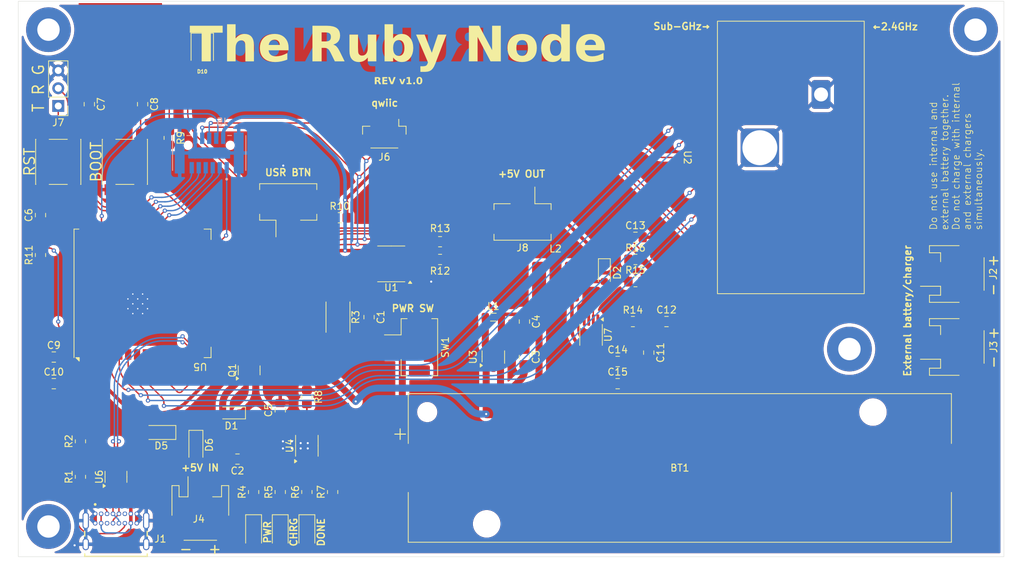
<source format=kicad_pcb>
(kicad_pcb (version 20241229) (generator "pcbnew") (generator_version "9.0")
  (layers (0 "F.Cu" signal) (2 "B.Cu" signal) (13 "F.Paste" user) (15 "B.Paste" user) (5 "F.SilkS" user "F.Silkscreen") (7 "B.SilkS" user "B.Silkscreen") (1 "F.Mask" user) (3 "B.Mask" user) (25 "Edge.Cuts" user))
  (net 0 "")
  (net 1 "Net-(BT1-+)")
  (net 2 "GND")
  (net 3 "Net-(Q1-D)")
  (net 4 "Net-(SW1-A)")
  (net 5 "VUSB")
  (net 6 "+BATT")
  (net 7 "+3V3")
  (net 8 "Net-(U5-EN)")
  (net 9 "Net-(U5-IO0)")
  (net 10 "IO45")
  (net 11 "Net-(U7-SS)")
  (net 12 "Net-(C12-Pad1)")
  (net 13 "+5V")
  (net 14 "Net-(D2-A)")
  (net 15 "Net-(D5-A)")
  (net 16 "Net-(D6-A)")
  (net 17 "Net-(D7-K)")
  (net 18 "Net-(D8-K)")
  (net 19 "Net-(D9-K)")
  (net 20 "Net-(D10-K)")
  (net 21 "Net-(D10-A)")
  (net 22 "Net-(J1-DN1)")
  (net 23 "Net-(J1-CC2)")
  (net 24 "Net-(J1-DP1)")
  (net 26 "Net-(J1-CC1)")
  (net 29 "I2S_MCLK")
  (net 30 "I2S_WS")
  (net 31 "IO2")
  (net 32 "I2S_MOSI")
  (net 33 "I2C_SCL")
  (net 34 "I2S_SCK")
  (net 35 "I2C_SDA")
  (net 36 "I2S_MISO")
  (net 37 "Net-(J7-Pin_1)")
  (net 38 "Net-(J7-Pin_2)")
  (net 39 "Net-(U3-LX)")
  (net 40 "Net-(U4-~{PG})")
  (net 41 "Net-(U4-STAT1)")
  (net 42 "Net-(U4-STAT2)")
  (net 43 "Net-(U4-PROG)")
  (net 44 "Net-(U4-THERM)")
  (net 45 "Net-(U5-IO13)")
  (net 46 "Net-(U7-COMP)")
  (net 47 "Net-(U7-FB)")
  (net 50 "LR_IRQ")
  (net 51 "SPI_MISO")
  (net 52 "SPI_MOSI")
  (net 53 "LR_CS")
  (net 54 "LR_RST")
  (net 55 "SPI_SCK")
  (net 56 "LR_BUSY")
  (net 60 "USB_D-")
  (net 64 "USB_D+")
  (footprint "Diode_SMD:D_SOD-123F" (layer "F.Cu") (at 101.6 143.51 180)
    (property "Reference" "D5")
    (property "Value" "SBR2U60S1F-7")
  )
  (footprint "LED_SMD:LED_1206_3216Metric_Pad1.42x1.75mm_HandSolder" (layer "F.Cu") (at 114.935 157.75 -90)
    (property "Reference" "D7" (hide yes))
    (property "Value" "LED")
  )
  (footprint "MountingHole:MountingHole_3.2mm_M3_Pad" (layer "F.Cu") (at 85.598 156.972)
    (property "Reference" "H4" (hide yes))
    (property "Value" "MountingHole_Pad")
  )
  (footprint "Battery:BatteryHolder_Keystone_1042_1x18650" (layer "F.Cu") (at 175.895 148.59)
    (property "Reference" "BT1")
    (property "Value" "LiPo Cell")
  )
  (footprint "MountingHole:MountingHole_3.2mm_M3_Pad" (layer "F.Cu") (at 200.152 131.572)
    (property "Reference" "H2" (hide yes))
    (property "Value" "MountingHole_Pad" (hide yes))
  )
  (footprint "Inductor_SMD:L_0805_2012Metric_Pad1.05x1.20mm_HandSolder" (layer "F.Cu") (at 149.225 127)
    (property "Reference" "L1")
    (property "Value" "1uH, 1.5A")
  )
  (footprint "Capacitor_SMD:C_0805_2012Metric_Pad1.18x1.45mm_HandSolder" (layer "F.Cu") (at 153.67 127.635 -90)
    (property "Reference" "C4")
    (property "Value" "22uF")
  )
  (footprint "MountingHole:MountingHole_3.2mm_M3_Pad" (layer "F.Cu") (at 85.598 85.852)
    (property "Reference" "H3" (hide yes))
    (property "Value" "MountingHole_Pad")
  )
  (footprint "Connector_JST:JST_PH_B2B-PH-SM4-TB_1x02-1MP_P2.00mm_Vertical" (layer "F.Cu") (at 136.898 131.302 -90)
    (property "Reference" "SW1")
    (property "Value" "SW_SPST")
  )
  (footprint "Capacitor_SMD:C_0805_2012Metric_Pad1.18x1.45mm_HandSolder" (layer "F.Cu") (at 118.745 140.335 90)
    (property "Reference" "C5")
    (property "Value" "1uF")
  )
  (footprint "LoRa1121F33:Inductor_2424" (layer "F.Cu") (at 158.115 121.92)
    (property "Reference" "L2")
    (property "Value" "10uH")
  )
  (footprint "Resistor_SMD:R_0805_2012Metric_Pad1.20x1.40mm_HandSolder" (layer "F.Cu") (at 114.935 152.035 90)
    (property "Reference" "R4")
    (property "Value" "330")
  )
  (footprint "LED_SMD:LED_1206_3216Metric_Pad1.42x1.75mm_HandSolder" (layer "F.Cu") (at 122.555 157.75 -90)
    (property "Reference" "D9" (hide yes))
    (property "Value" "LED")
  )
  (footprint "Resistor_SMD:R_0805_2012Metric_Pad1.20x1.40mm_HandSolder" (layer "F.Cu") (at 102.87 101.346 -90)
    (property "Reference" "R9")
    (property "Value" "200")
  )
  (footprint "Connector_JST:JST_PH_S2B-PH-SM4-TB_1x02-1MP_P2.00mm_Horizontal" (layer "F.Cu") (at 214.905 120.825 90)
    (property "Reference" "J2")
    (property "Value" "Conn_02x01")
  )
  (footprint "Package_TO_SOT_SMD:SOT-23" (layer "F.Cu") (at 114.3 134.62 90)
    (property "Reference" "Q1")
    (property "Value" "Si2307")
  )
  (footprint "Capacitor_SMD:C_0805_2012Metric_Pad1.18x1.45mm_HandSolder" (layer "F.Cu") (at 99.06 96.52 -90)
    (property "Reference" "C8")
    (property "Value" "0.1uF")
  )
  (footprint "MountingHole:MountingHole_3.2mm_M3_Pad" (layer "F.Cu") (at 218.186 85.852)
    (property "Reference" "H1" (hide yes))
    (property "Value" "MountingHole_Pad")
  )
  (footprint "Capacitor_SMD:C_0805_2012Metric_Pad1.18x1.45mm_HandSolder" (layer "F.Cu") (at 171.45 132.08 -90)
    (property "Reference" "C11")
    (property "Value" "27nF")
  )
  (footprint "Resistor_SMD:R_0805_2012Metric_Pad1.20x1.40mm_HandSolder" (layer "F.Cu") (at 127.254 112.776)
    (property "Reference" "R10")
    (property "Value" "10k")
  )
  (footprint "Capacitor_SMD:C_0805_2012Metric_Pad1.18x1.45mm_HandSolder" (layer "F.Cu") (at 173.99 127.635)
    (property "Reference" "C12")
    (property "Value" "4.7nF")
  )
  (footprint "Diode_SMD:D_SOD-323_HandSoldering" (layer "F.Cu") (at 111.76 140.716 180)
    (property "Reference" "D1")
    (property "Value" "BAT20J")
  )
  (footprint "Capacitor_SMD:C_0805_2012Metric_Pad1.18x1.45mm_HandSolder" (layer "F.Cu") (at 153.67 132.715 90)
    (property "Reference" "C3")
    (property "Value" "10uF")
  )
  (footprint "Resistor_SMD:R_0805_2012Metric_Pad1.20x1.40mm_HandSolder" (layer "F.Cu") (at 126.238 152.035 90)
    (property "Reference" "R7")
    (property "Value" "1k")
  )
  (footprint "LoRa1121F33:LoRa1121F33" (layer "F.Cu") (at 191.77 104.14 -90)
    (property "Reference" "U2")
    (property "Value" "LoRa1121F33-2G4")
  )
  (footprint "Diode_SMD:D_SOD-323_HandSoldering" (layer "F.Cu") (at 165.1 120.65 -90)
    (property "Reference" "D2")
    (property "Value" "BAT20J")
  )
  (footprint "Resistor_SMD:R_0805_2012Metric_Pad1.20x1.40mm_HandSolder" (layer "F.Cu") (at 90.17 149.86 90)
    (property "Reference" "R1")
    (property "Value" "5k1")
  )
  (footprint "Connector_JST:JST_SH_BM04B-SRSS-TB_1x04-1MP_P1.00mm_Vertical" (layer "F.Cu") (at 133.6354 100.781 180)
    (property "Reference" "J6")
    (property "Value" "Conn_01x04")
  )
  (footprint "Resistor_SMD:R_0805_2012Metric_Pad1.20x1.40mm_HandSolder" (layer "F.Cu") (at 169.18 127.635)
    (property "Reference" "R14")
    (property "Value" "1k")
  )
  (footprint "Resistor_SMD:R_0805_2012Metric_Pad1.20x1.40mm_HandSolder" (layer "F.Cu") (at 122.555 138.43 -90)
    (property "Reference" "R8")
    (property "Value" "10k")
  )
  (footprint "Package_SO:MSOP-8_3x3mm_P0.65mm" (layer "F.Cu") (at 163.195 129.54 -90)
    (property "Reference" "U7")
    (property "Value" "ISL97519A")
  )
  (footprint "Capacitor_SMD:C_0805_2012Metric_Pad1.18x1.45mm_HandSolder" (layer "F.Cu") (at 112.6275 147.32 180)
    (property "Reference" "C2")
    (property "Value" "1uF")
  )
  (footprint "Capacitor_SMD:C_0805_2012Metric_Pad1.18x1.45mm_HandSolder" (layer "F.Cu") (at 86.36 132.715)
    (property "Reference" "C9")
    (property "Value" "10uF")
  )
  (footprint "Connector_JST:JST_PH_S2B-PH-SM4-TB_1x02-1MP_P2.00mm_Horizontal" (layer "F.Cu") (at 107.315 154.432)
    (property "Reference" "J4")
    (property "Value" "Conn_01x02")
  )
  (footprint "Package_TO_SOT_SMD:SOT-23-5_HandSoldering" (layer "F.Cu") (at 149.225 132.715 90)
    (property "Reference" "U3")
    (property "Value" "SC189Z")
  )
  (footprint "Capacitor_SMD:C_0805_2012Metric_Pad1.18x1.45mm_HandSolder" (layer "F.Cu") (at 91.44 96.52 -90)
    (property "Reference" "C7")
    (property "Value" "1uF")
  )
  (footprint "Connector_JST:JST_PH_S2B-PH-SM4-TB_1x02-1MP_P2.00mm_Horizontal" (layer "F.Cu") (at 214.905 131.27 90)
    (property "Reference" "J3")
    (property "Value" "Conn_02x01")
  )
  (footprint "Resistor_SMD:R_0805_2012Metric_Pad1.20x1.40mm_HandSolder" (layer "F.Cu") (at 122.555 152.035 90)
    (property "Reference" "R6")
    (property "Value" "330")
  )
  (footprint "Capacitor_SMD:C_0805_2012Metric_Pad1.18x1.45mm_HandSolder" (layer "F.Cu") (at 167.005 133.35)
    (property "Reference" "C14")
    (property "Value" "0.1uF")
  )
  (footprint "Capacitor_SMD:C_0805_2012Metric_Pad1.18x1.45mm_HandSolder" (layer "F.Cu") (at 84.455 112.395 90)
    (property "Reference" "C6")
    (property "Value" "0.1uF")
  )
  (footprint "Resistor_SMD:R_0805_2012Metric_Pad1.20x1.40mm_HandSolder" (layer "F.Cu") (at 84.455 118.11 90)
    (property "Reference" "R11")
    (property "Value" "10k")
  )
  (footprint "Resistor_SMD:R_0805_2012Metric_Pad1.20x1.40mm_HandSolder" (layer "F.Cu") (at 169.545 121.92)
    (property "Reference" "R15")
    (property "Value" "1k")
  )
  (footprint "Connector_PinHeader_2.54mm:PinHeader_1x03_P2.54mm_Vertical" (layer "F.Cu") (at 86.995 96.774 180)
    (property "Reference" "J7")
    (property "Value" "Conn_01x03")
  )
  (footprint "LED_SMD:LED_PLCC_2835_Handsoldering" (layer "F.Cu") (at 107.5944 88.8492 -90)
    (property "Reference" "D10")
    (property "Value" "LED")
  )
  (footprint "Diode_SMD:D_SOD-123F" (layer "F.Cu") (at 106.68 145.415 -90)
    (property "Reference" "D6")
    (property "Value" "SBR2U60S1F-7")
  )
  (footprint "Resistor_SMD:R_2512_6332Metric_Pad1.40x3.35mm_HandSolder" (layer "F.Cu") (at 127 127 -90)
    (property "Reference" "R3")
    (property "Value" "0.1R")
  )
  (footprint "imports:GCT_USB4085-GF-A_REVB" (layer "F.Cu") (at 95.25 159.512)
    (property "Reference" "J1")
    (property "Value" "USB4085-GF-A_REVB")
  )
  (footprint "RF_Module:ESP32-S3-WROOM-1U" (layer "F.Cu") (at 99.05 123.595 90)
    (property "Reference" "U5")
    (property "Value" "ESP32-S3-WROOM-1")
  )
  (footprint "Connector_JST:JST_PH_B2B-PH-SM4-TB_1x02-1MP_P2.00mm_Vertical" (layer "F.Cu") (at 119.888 112.26)
    (property "Reference" "SW2" (hide yes))
    (property "Value" "SW_Push")
  )
  (footprint "Button_Switch_SMD:SW_SPST_PTS645" (layer "F.Cu") (at 96.52 104.775 90)
    (property "Reference" "SW4" (hide yes))
    (property "Value" "SW_Push")
  )
  (footprint "Resistor_SMD:R_0805_2012Metric_Pad1.20x1.40mm_HandSolder" (layer "F.Cu") (at 141.605 118.745 180)
    (property "Reference" "R12")
    (property "Value" "10k")
  )
  (footprint "LED_SMD:LED_1206_3216Metric_Pad1.42x1.75mm_HandSolder" (layer "F.Cu") (at 118.745 157.75 -90)
    (property "Reference" "D8" (hide yes))
    (property "Value" "LED")
  )
  (footprint "Package_TO_SOT_SMD:SOT-23-6" (layer "F.Cu") (at 95.25 149.86 90)
    (property "Reference" "U6")
    (property "Value" "USBLC6-2SC6")
  )
  (footprint "Resistor_SMD:R_0805_2012Metric_Pad1.20x1.40mm_HandSolder" (layer "F.Cu") (at 118.745 152.035 90)
    (property "Reference" "R5")
    (property "Value" "330")
  )
  (footprint "Capacitor_SMD:C_0805_2012Metric_Pad1.18x1.45mm_HandSolder" (layer "F.Cu") (at 169.545 115.57)
    (property "Reference" "C13")
    (property "Value" "22uF")
  )
  (footprint "Capacitor_SMD:C_0805_2012Metric_Pad1.18x1.45mm_HandSolder" (layer "F.Cu") (at 167.005 136.525)
    (property "Reference" "C15")
    (property "Value" "22uF")
  )
  (footprint "Package_SO:MSOP-10_3x3mm_P0.5mm" (layer "F.Cu") (at 122.555 145.415 90)
    (property "Reference" "U4")
    (property "Value" "MCP73833-AMI-UN")
  )
  (footprint "Capacitor_SMD:C_0805_2012Metric_Pad1.18x1.45mm_HandSolder" (layer "F.Cu") (at 131.445 127 -90)
    (property "Reference" "C1")
    (property "Value" "0.1uF")
  )
  (footprint "Resistor_SMD:R_0805_2012Metric_Pad1.20x1.40mm_HandSolder" (layer "F.Cu") (at 169.545 118.745)
    (property "Reference" "R16")
    (property "Value" "3k")
  )
  (footprint "Connector_JST:JST_PH_B2B-PH-SM4-TB_1x02-1MP_P2.00mm_Vertical" (layer "F.Cu") (at 153.4 111.625 180)
    (property "Reference" "J8")
    (property "Value" "Conn_02x01")
  )
  (footprint "Resistor_SMD:R_0805_2012Metric_Pad1.20x1.40mm_HandSolder" (layer "F.Cu") (at 90.17 144.78 90)
    (property "Reference" "R2")
    (property "Value" "5k1")
  )
  (footprint "Package_SO:SOIC-8_3.9x4.9mm_P1.27mm" (layer "F.Cu") (at 134.62 119.38 180)
    (property "Reference" "U1")
    (property "Value" "INA219AxD")
  )
  (footprint "Resistor_SMD:R_0805_2012Metric_Pad1.20x1.40mm_HandSolder" (layer "F.Cu") (at 141.605 116.205 180)
    (property "Reference" "R13")
    (property "Value" "10k")
  )
  (footprint "Capacitor_SMD:C_0805_2012Metric_Pad1.18x1.45mm_HandSolder" (layer "F.Cu") (at 86.36 136.525)
    (property "Reference" "C10")
    (property "Value" "0.1uF")
  )
  (footprint "Button_Switch_SMD:SW_SPST_PTS645" (layer "F.Cu") (at 86.995 104.775 90)
    (property "Reference" "SW3" (hide yes))
    (property "Value" "SW_Push")
  )
  (footprint "imports:AMPHENOL_91930-21111LF" (layer "B.Cu") (at 108.585 103.505 180)
    (property "Reference" "J5")
    (property "Value" "91930-21111LF")
  )
  (gr_rect (start 81.28 81.788) (end 222.25 161.29) (stroke (width 0.05)) (fill no) (layer "Edge.Cuts"))
  (gr_text "W.Gr" (at 90.1192 86.0044 0) (layer "F.Cu" knockout) (effects (font (size 3 3) (thickness 0.2) (bold yes)) (justify left bottom)))
  (gr_text "The Ruby Node" (at 135.4836 91.2368 0) (layer "B.Cu" knockout) (effects (font (size 5 5) (thickness 1) (bold yes)) (justify bottom mirror)))
  (gr_text "DONE" (at 125.1712 157.784799 90) (layer "F.SilkS") (effects (font (size 1 1) (thickness 0.2) (bold yes)) (justify bottom)))
  (gr_text "Do not use internal and \nexternal battery together.\nDo not charge with internal \nand external chargers \nsimultaneously." (at 219.202 114.6048 90) (layer "F.SilkS") (effects (font (size 1 1) (thickness 0.1)) (justify left bottom)))
  (gr_text "The Ruby Node" (at 135.636 91.2368 0) (layer "F.SilkS") (effects (font (size 5 5) (thickness 1) (bold yes)) (justify bottom)))
  (gr_text "USR BTN" (at 119.888 106.8832 0) (layer "F.SilkS") (effects (font (size 1 1) (thickness 0.2) (bold yes)) (justify bottom)))
  (gr_text "+5V OUT" (at 153.2636 107.0864 0) (layer "F.SilkS") (effects (font (size 1 1) (thickness 0.2) (bold yes)) (justify bottom)))
  (gr_text "+5V IN" (at 107.2896 149.1488 0) (layer "F.SilkS") (effects (font (size 1 1) (thickness 0.2) (bold yes)) (justify bottom)))
  (gr_text "Sub-GHz→" (at 172.0088 85.9536 0) (layer "F.SilkS") (effects (font (size 1 1) (thickness 0.2) (bold yes)) (justify left bottom)))
  (gr_text "-  +" (at 220.0148 121.0056 270) (layer "F.SilkS") (effects (font (size 1.5 1.5) (thickness 0.2) (bold yes)) (justify bottom mirror)))
  (gr_text "PWR" (at 117.5004 157.7848 90) (layer "F.SilkS") (effects (font (size 1 1) (thickness 0.2) (bold yes)) (justify bottom)))
  (gr_text "T R G" (at 85.09 97.79 90) (layer "F.SilkS") (effects (font (size 1.6 1.6) (thickness 0.2) (bold yes)) (justify left bottom)))
  (gr_text "PWR SW" (at 137.7188 126.3396 0) (layer "F.SilkS") (effects (font (size 1 1) (thickness 0.2) (bold yes)) (justify bottom)))
  (gr_text "-  +" (at 220.0656 131.3688 270) (layer "F.SilkS") (effects (font (size 1.5 1.5) (thickness 0.2) (bold yes)) (justify bottom mirror)))
  (gr_text "External battery/charger" (at 209.042 126.0856 90) (layer "F.SilkS") (effects (font (size 1 1) (thickness 0.2) (bold yes)) (justify bottom)))
  (gr_text "←2.4GHz" (at 203.3016 86.0044 0) (layer "F.SilkS") (effects (font (size 1 1) (thickness 0.2) (bold yes)) (justify left bottom)))
  (gr_text "REV v1.0" (at 135.636 93.8276 0) (layer "F.SilkS") (effects (font (size 1 1) (thickness 0.2) (bold yes)) (justify bottom)))
  (gr_text "qwiic" (at 131.6736 96.9264 0) (layer "F.SilkS") (effects (font (size 1 1) (thickness 0.2) (bold yes)) (justify left bottom)))
  (gr_text "CHRG" (at 121.2596 157.7848 90) (layer "F.SilkS") (effects (font (size 1 1) (thickness 0.2) (bold yes)) (justify bottom)))
  (gr_text "-  +" (at 107.315 159.512 180) (layer "F.SilkS") (effects (font (size 1.5 1.5) (thickness 0.2) (bold yes)) (justify bottom mirror)))
  (gr_text "RST" (at 83.765 104.775 90) (layer "F.SilkS") (effects (font (size 1.5 1.5) (thickness 0.2) (bold yes)) (justify bottom)))
  (gr_text "BOOT" (at 93.29 104.775 90) (layer "F.SilkS") (effects (font (size 1.5 1.5) (thickness 0.2) (bold yes)) (justify bottom)))
  (segment (start 206.178206 145.611792) (end 204.793792 146.996207) (width 1) (layer "F.Cu") (net 1))
  (segment (start 207.772 141.764036) (end 207.772 133.359863) (width 1) (layer "F.Cu") (net 1))
  (segment (start 200.946036 148.59) (end 136.205 148.59) (width 1) (layer "F.Cu") (net 1))
  (segment (start 207.772 133.359863) (end 207.772 130.800136) (width 1) (layer "F.Cu") (net 1))
  (segment (start 207.772 130.800136) (end 207.772 123.834993) (width 1) (layer "F.Cu") (net 1))
  (segment (start 209.437227 120.508772) (end 208.9465 120.9995) (width 1) (layer "F.Cu") (net 1))
  (segment (start 210.8185 130.27) (end 212.055 130.27) (width 1) (layer "F.Cu") (net 1))
  (segment (start 211.088 119.825) (end 212.055 119.825) (width 1) (layer "F.Cu") (net 1))
  (segment (start 136.205 132.631471) (end 136.205 148.59) (width 1) (layer "F.Cu") (net 1))
  (segment (start 136.3015 132.3985) (end 136.398 132.302) (width 1) (layer "F.Cu") (net 1))
  (segment (start 208.676999 131.174999) (end 208.707662 131.144337) (width 1) (layer "F.Cu") (net 1))
  (arc (start 207.772 130.800136) (mid 208.099261 131.289918) (end 208.676999 131.174999) (width 1) (layer "F.Cu") (net 1))
  (arc (start 210.8185 130.27) (mid 209.676122 130.497232) (end 208.707662 131.144337) (width 1) (layer "F.Cu") (net 1))
  (arc (start 211.088 119.825) (mid 210.194608 120.002706) (end 209.437227 120.508772) (width 1) (layer "F.Cu") (net 1))
  (arc (start 208.676999 131.174999) (mid 208.007201 132.177423) (end 207.772 133.359863) (width 1) (layer "F.Cu") (net 1))
  (arc (start 136.3015 132.3985) (mid 136.230079 132.505388) (end 136.205 132.631471) (width 1) (layer "F.Cu") (net 1))
  (arc (start 207.772 141.764036) (mid 207.357786 143.846426) (end 206.178206 145.611792) (width 1) (layer "F.Cu") (net 1))
  (arc (start 204.793792 146.996207) (mid 203.028426 148.175786) (end 200.946036 148.59) (width 1) (layer "F.Cu") (net 1))
  (arc (start 208.9465 120.9995) (mid 208.077242 122.300435) (end 207.772 123.834993) (width 1) (layer "F.Cu") (net 1))
  (segment (start 147.333656 132.596) (end 148.048801 132.596) (width 0.5) (layer "F.Cu") (net 2))
  (segment (start 149.225 133.675) (end 149.225 134.065) (width 0.5) (layer "F.Cu") (net 2))
  (segment (start 92.275 156.502) (end 92.275 155.152) (width 0.5) (layer "F.Cu") (net 2))
  (segment (start 123.555 147.5275) (end 123.555 146.161) (width 0.2) (layer "F.Cu") (net 2))
  (segment (start 95.25 150.66625) (end 95.25 150.9975) (width 0.2) (layer "F.Cu") (net 2))
  (segment (start 147.324 132.592) (end 147.32 132.588) (width 0.5) (layer "F.Cu") (net 2))
  (segment (start 94.439122 149.86) (end 92.71 149.86) (width 0.2) (layer "F.Cu") (net 2))
  (segment (start 98.225 156.502) (end 98.225 155.152) (width 0.5) (layer "F.Cu") (net 2))
  (segment (start 148.949228 133.009229) (end 148.880499 132.9405) (width 0.5) (layer "F.Cu") (net 2))
  (segment (start 95.015771 150.100772) (end 95.012499 150.0975) (width 0.2) (layer "F.Cu") (net 2))
  (via (at 122.682 145.796) (size 0.6) (drill 0.3) (layers "F.Cu" "B.Cu") (net 2))
  (via (at 119.1768 105.3084) (size 0.6) (drill 0.3) (layers "F.Cu" "B.Cu") (net 2))
  (via (at 121.666 145.796) (size 0.6) (drill 0.3) (layers "F.Cu" "B.Cu") (net 2))
  (via (at 120.396 144.78) (size 0.6) (drill 0.3) (layers "F.Cu" "B.Cu") (net 2))
  (via (at 140.335 121.92) (size 0.6) (drill 0.3) (layers "F.Cu" "B.Cu") (net 2))
  (via (at 89.3318 159.6644) (size 0.6) (drill 0.3) (layers "F.Cu" "B.Cu") (net 2))
  (via (at 119.126 145.796) (size 0.6) (drill 0.3) (layers "F.Cu" "B.Cu") (net 2))
  (via (at 122.682 145.034) (size 0.6) (drill 0.3) (layers "F.Cu" "B.Cu") (net 2))
  (via (at 120.396 145.796) (size 0.6) (drill 0.3) (layers "F.Cu" "B.Cu") (net 2))
  (via (at 121.666 145.034) (size 0.6) (drill 0.3) (layers "F.Cu" "B.Cu") (net 2))
  (via (at 119.126 144.78) (size 0.6) (drill 0.3) (layers "F.Cu" "B.Cu") (net 2))
  (arc (start 147.324 132.592) (mid 147.32843 132.59496) (end 147.333656 132.596) (width 0.5) (layer "F.Cu") (net 2))
  (arc (start 95.012499 150.0975) (mid 94.749431 149.921724) (end 94.439122 149.86) (width 0.2) (layer "F.Cu") (net 2))
  (arc (start 148.880499 132.9405) (mid 148.498912 132.685532) (end 148.048801 132.596) (width 0.5) (layer "F.Cu") (net 2))
  (arc (start 148.949228 133.009229) (mid 149.153329 133.314687) (end 149.225 133.675) (width 0.5) (layer "F.Cu") (net 2))
  (arc (start 95.015771 150.100772) (mid 95.189125 150.360215) (end 95.25 150.66625) (width 0.2) (layer "F.Cu") (net 2))
  (segment (start 130.356812 123.073187) (end 132.145 121.285) (width 0.25) (layer "F.Cu") (net 3))
  (segment (start 128.24 123.95) (end 127 123.95) (width 1) (layer "F.Cu") (net 3))
  (segment (start 131.428206 125.898206) (end 130.356812 124.826812) (width 1) (layer "F.Cu") (net 3))
  (segment (start 131.445 125.93875) (end 131.445 125.9625) (width 1) (layer "F.Cu") (net 3))
  (segment (start 122.98333 124.999169) (end 114.3 133.6825) (width 0.5) (layer "F.Cu") (net 3))
  (segment (start 125.51625 123.95) (end 127 123.95) (width 0.5) (layer "F.Cu") (net 3))
  (arc (start 131.428206 125.898206) (mid 131.440635 125.916807) (end 131.445 125.93875) (width 1) (layer "F.Cu") (net 3))
  (arc (start 128.24 123.95) (mid 129.38561 123.722123) (end 130.356812 123.073187) (width 1) (layer "F.Cu") (net 3))
  (arc (start 125.51625 123.95) (mid 124.145443 124.22267) (end 122.98333 124.999169) (width 0.5) (layer "F.Cu") (net 3))
  (arc (start 130.356812 123.073187) (mid 129.993624 123.949999) (end 130.356812 124.826812) (width 0.25) (layer "F.Cu") (net 3))
  (arc (start 130.356812 124.826812) (mid 129.38561 124.177876) (end 128.24 123.95) (width 1) (layer "F.Cu") (net 3))
  (segment (start 132.741837 120.015) (end 132.145 120.015) (width 0.25) (layer "F.Cu") (net 4))
  (segment (start 131.445 129.04375) (end 131.445 128.0375) (width 1) (layer "F.Cu") (net 4))
  (segment (start 133.6548 120.927962) (end 133.6548 125.619064) (width 0.25) (layer "F.Cu") (net 4))
  (segment (start 135.967809 130.05) (end 132.45125 130.05) (width 1) (layer "F.Cu") (net 4))
  (segment (start 130.43875 130.05) (end 127 130.05) (width 1) (layer "F.Cu") (net 4))
  (segment (start 132.45125 130.05) (end 130.43875 130.05) (width 1) (layer "F.Cu") (net 4))
  (segment (start 136.272 130.176) (end 135.0264 128.9304) (width 0.25) (layer "F.Cu") (net 4))
  (arc (start 130.43875 130.05) (mid 131.150276 129.755276) (end 131.445 129.04375) (width 1) (layer "F.Cu") (net 4))
  (arc (start 133.387399 120.2824) (mid 133.091212 120.084494) (end 132.741837 120.015) (width 0.25) (layer "F.Cu") (net 4))
  (arc (start 133.6548 125.619064) (mid 134.011267 127.411146) (end 135.0264 128.9304) (width 0.25) (layer "F.Cu") (net 4))
  (arc (start 136.272 130.176) (mid 136.132436 130.082746) (end 135.967809 130.05) (width 1) (layer "F.Cu") (net 4))
  (arc (start 133.387399 120.2824) (mid 133.585304 120.578586) (end 133.6548 120.927962) (width 0.25) (layer "F.Cu") (net 4))
  (arc (start 131.445 129.04375) (mid 131.739723 129.755276) (end 132.45125 130.05) (width 1) (layer "F.Cu") (net 4))
  (arc (start 136.272 130.176) (mid 136.272 130.176) (end 136.272 130.176) (width 0.25) (layer "F.Cu") (net 4))
  (segment (start 107.398736 143.827263) (end 110.51 140.716) (width 1) (layer "F.Cu") (net 5))
  (segment (start 109.260664 144.015) (end 106.9455 144.015) (width 1) (layer "F.Cu") (net 5))
  (segment (start 111.329713 137.577786) (end 113.35 135.5575) (width 1) (layer "F.Cu") (net 5))
  (segment (start 110.51 140.716) (end 110.51 139.55675) (width 1) (layer "F.Cu") (net 5))
  (segment (start 114.019224 147.5275) (end 121.555 147.5275) (width 1) (layer "F.Cu") (net 5))
  (segment (start 113.665 146.9575) (end 113.665 147.173275) (width 1) (layer "F.Cu") (net 5))
  (segment (start 113.665 147.466724) (end 113.665 147.173275) (width 0.2) (layer "F.Cu") (net 5))
  (segment (start 112.375 145.305) (end 113.408673 146.338673) (width 1) (layer "F.Cu") (net 5))
  (segment (start 105.817911 143.51) (end 103 143.51) (width 1) (layer "F.Cu") (net 5))
  (segment (start 114.3 158.6025) (end 114.935 159.2375) (width 0.2) (layer "F.Cu") (net 5))
  (segment (start 106.4275 143.7625) (end 106.492263 143.827263) (width 1) (layer "F.Cu") (net 5))
  (segment (start 113.665 157.069474) (end 113.665 147.466724) (width 0.2) (layer "F.Cu") (net 5))
  (segment (start 114.935 159.2375) (end 122.555 159.2375) (width 0.2) (layer "F.Cu") (net 5))
  (arc (start 106.9455 144.015) (mid 106.9455 144.015) (end 106.9455 144.015) (width 1) (layer "F.Cu") (net 5))
  (arc (start 113.76875 147.42375) (mid 113.702517 147.410575) (end 113.665 147.466724) (width 1) (layer "F.Cu") (net 5))
  (arc (start 107.398736 143.827263) (mid 107.190789 143.966208) (end 106.9455 144.015) (width 1) (layer "F.Cu") (net 5))
  (arc (start 113.665 157.069474) (mid 113.830031 157.899141) (end 114.3 158.6025) (width 0.2) (layer "F.Cu") (net 5))
  (arc (start 111.329713 137.577786) (mid 110.723036 138.485742) (end 110.51 139.55675) (width 1) (layer "F.Cu") (net 5))
  (arc (start 106.4275 143.7625) (mid 106.147818 143.575622) (end 105.817911 143.51) (width 1) (layer "F.Cu") (net 5))
  (arc (start 112.375 145.305) (mid 110.94613 144.35026) (end 109.260664 144.015) (width 1) (layer "F.Cu") (net 5))
  (arc (start 106.492263 143.827263) (mid 106.700209 143.966208) (end 106.9455 144.015) (width 1) (layer "F.Cu") (net 5))
  (arc (start 106.9455 144.015) (mid 106.700209 143.966208) (end 106.492263 143.827263) (width 1) (layer "F.Cu") (net 5))
  (arc (start 113.76875 147.42375) (mid 113.883668 147.500536) (end 114.019224 147.5275) (width 1) (layer "F.Cu") (net 5))
  (arc (start 113.665 147.173275) (mid 113.691963 147.308831) (end 113.76875 147.42375) (width 1) (layer "F.Cu") (net 5))
  (arc (start 113.408673 146.338673) (mid 113.598382 146.622593) (end 113.665 146.9575) (width 1) (layer "F.Cu") (net 5))
  (segment (start 162.87 131.6525) (end 163.52 131.6525) (width 0.5) (layer "F.Cu") (net 6))
  (segment (start 153.67 134.6935) (end 153.67 133.985) (width 1) (layer "F.Cu") (net 6))
  (segment (start 153.384913 140.97) (end 157.131036 140.97) (width 1) (layer "F.Cu") (net 6))
  (segment (start 148.199 140.9215) (end 148.199 134.065) (width 1) (layer "F.Cu") (net 6))
  (segment (start 163.35 137.005) (end 162.39 137.965) (width 0.5) (layer "F.Cu") (net 6))
  (segment (start 162.87 132.81875) (end 162.87 135.15125) (width 0.5) (layer "F.Cu") (net 6))
  (segment (start 153.384913 140.97) (end 150.145086 140.97) (width 1) (layer "F.Cu") (net 6))
  (segment (start 113.374105 140.620894) (end 114.2645 139.7305) (width 1) (layer "F.Cu") (net 6))
  (segment (start 151.276999 137.794999) (end 153.169014 135.902985) (width 1) (layer "F.Cu") (net 6))
  (segment (start 123.476036 135.255) (end 115.766399 135.255) (width 1) (layer "F.Cu") (net 6))
  (segment (start 113.1445 140.716) (end 113.01 140.716) (width 1) (layer "F.Cu") (net 6))
  (segment (start 115.25 135.771399) (end 115.25 137.351292) (width 1) (layer "F.Cu") (net 6))
  (segment (start 148.2475 140.9215) (end 148.199 140.873) (width 1) (layer "F.Cu") (net 6))
  (segment (start 165.9675 136.525) (end 165.9675 133.35) (width 1) (layer "F.Cu") (net 6))
  (segment (start 118.438292 141.933292) (end 116.2355 139.7305) (width 1) (layer "F.Cu") (net 6))
  (segment (start 152.910451 139.824548) (end 154.171207 138.563792) (width 1) (layer "F.Cu") (net 6))
  (segment (start 149.225 139.847) (end 148.199 140.873) (width 1) (layer "F.Cu") (net 6))
  (segment (start 160.978792 139.376207) (end 162.39 137.965) (width 1) (layer "F.Cu") (net 6))
  (segment (start 119.051707 142.546707) (end 118.438292 141.933292) (width 1) (layer "F.Cu") (net 6))
  (segment (start 127.323792 136.848792) (end 129.54 139.065) (width 1) (layer "F.Cu") (net 6))
  (segment (start 120.5588 143.3025) (end 121.679 143.3025) (width 1) (layer "F.Cu") (net 6))
  (segment (start 118.745 141.80625) (end 118.745 141.3725) (width 1) (layer "F.Cu") (net 6))
  (segment (start 164.508822 136.525) (end 165.9675 136.525) (width 0.5) (layer "F.Cu") (net 6))
  (segment (start 162.87 135.15125) (end 162.87 136.806177) (width 1) (layer "F.Cu") (net 6))
  (segment (start 155.765 134.716036) (end 155.765 121.92) (width 1) (layer "F.Cu") (net 6))
  (segment (start 150.251 137.370016) (end 150.251 134.065) (width 1) (layer "F.Cu") (net 6))
  (segment (start 119.051707 142.546707) (end 119.27625 142.77125) (width 1) (layer "F.Cu") (net 6))
  (segment (start 162.87 132.81875) (end 162.87 131.6525) (width 0.5) (layer "F.Cu") (net 6))
  (segment (start 148.199 140.873) (end 148.199 140.9215) (width 1) (layer "F.Cu") (net 6))
  (segment (start 151.276999 137.794999) (end 149.225 139.847) (width 1) (layer "F.Cu") (net 6))
  (segment (start 150.145086 140.97) (end 148.364589 140.97) (width 1) (layer "F.Cu") (net 6))
  (via (at 129.54 139.065) (size 0.6) (drill 0.3) (layers "F.Cu" "B.Cu") (net 6))
  (via (at 148.199 140.873) (size 0.6) (drill 0.3) (layers "F.Cu" "B.Cu") (net 6))
  (arc (start 148.199 140.9215) (mid 148.199 140.9215) (end 148.199 140.9215) (width 1) (layer "F.Cu") (net 6))
  (arc (start 153.67 134.6935) (mid 153.539797 135.348068) (end 153.169014 135.902985) (width 1) (layer "F.Cu") (net 6))
  (arc (start 114.2645 139.7305) (mid 114.993876 138.63891) (end 115.25 137.351292) (width 1) (layer "F.Cu") (net 6))
  (arc (start 118.745 141.80625) (mid 118.82471 142.206982) (end 119.051707 142.546707) (width 1) (layer "F.Cu") (net 6))
  (arc (start 115.25 137.351292) (mid 115.506123 138.63891) (end 116.2355 139.7305) (width 1) (layer "F.Cu") (net 6))
  (arc (start 116.2355 139.7305) (mid 115.25 139.322292) (end 114.2645 139.7305) (width 1) (layer "F.Cu") (net 6))
  (arc (start 155.765 134.716036) (mid 155.350786 136.798426) (end 154.171207 138.563792) (width 1) (layer "F.Cu") (net 6))
  (arc (start 150.145086 140.97) (mid 151.641691 140.672306) (end 152.910451 139.824548) (width 1) (layer "F.Cu") (net 6))
  (arc (start 149.225 139.847) (mid 149.984351 138.71055) (end 150.251 137.370016) (width 1) (layer "F.Cu") (net 6))
  (arc (start 162.87 136.806177) (mid 163.043575 137.065951) (end 163.35 137.005) (width 1) (layer "F.Cu") (net 6))
  (arc (start 115.766399 135.255) (mid 115.568781 135.294308) (end 115.40125 135.40625) (width 1) (layer "F.Cu") (net 6))
  (arc (start 148.2475 140.9215) (mid 148.30122 140.957395) (end 148.364589 140.97) (width 1) (layer "F.Cu") (net 6))
  (arc (start 115.40125 135.40625) (mid 115.289308 135.573781) (end 115.25 135.771399) (width 1) (layer "F.Cu") (net 6))
  (arc (start 113.374105 140.620894) (mid 113.268761 140.691282) (end 113.1445 140.716) (width 1) (layer "F.Cu") (net 6))
  (arc (start 160.978792 139.376207) (mid 159.213426 140.555786) (end 157.131036 140.97) (width 1) (layer "F.Cu") (net 6))
  (arc (start 152.910451 139.824548) (mid 152.764998 140.555786) (end 153.384913 140.97) (width 0.5) (layer "F.Cu") (net 6))
  (arc (start 162.39 137.965) (mid 162.745252 137.433327) (end 162.87 136.806177) (width 1) (layer "F.Cu") (net 6))
  (arc (start 150.251 137.370016) (mid 150.622017 137.925283) (end 151.276999 137.794999) (width 1) (layer "F.Cu") (net 6))
  (arc (start 118.438292 141.933292) (mid 118.634089 141.972238) (end 118.745 141.80625) (width 1) (layer "F.Cu") (net 6))
  (arc (start 127.323792 136.848792) (mid 125.558426 135.669213) (end 123.476036 135.255) (width 1) (layer "F.Cu") (net 6))
  (arc (start 164.508822 136.525) (mid 163.881672 136.649747) (end 163.35 137.005) (width 0.5) (layer "F.Cu") (net 6))
  (arc (start 119.27625 142.77125) (mid 119.864689 143.164432) (end 120.5588 143.3025) (width 1) (layer "F.Cu") (net 6))
  (segment (start 132.792038 137.16) (end 140.621036 137.16) (width 1) (layer "B.Cu") (net 6))
  (segment (start 146.018425 140.303425) (end 144.468792 138.753792) (width 1) (layer "B.Cu") (net 6))
  (segment (start 147.3935 140.873) (end 148.199 140.873) (width 1) (layer "B.Cu") (net 6))
  (segment (start 129.54 139.065) (end 130.4925 138.1125) (width 1) (layer "B.Cu") (net 6))
  (arc (start 132.792038 137.16) (mid 131.547537 137.407546) (end 130.4925 138.1125) (width 1) (layer "B.Cu") (net 6))
  (arc (start 146.018425 140.303425) (mid 146.649314 140.724972) (end 147.3935 140.873) (width 1) (layer "B.Cu") (net 6))
  (arc (start 144.468792 138.753792) (mid 142.703426 137.574213) (end 140.621036 137.16) (width 1) (layer "B.Cu") (net 6))
  (segment (start 91.91 131.8125) (end 91.91 132.345) (width 0.2) (layer "F.Cu") (net 7))
  (segment (start 128.016 110.236) (end 133.551042 104.700957) (width 0.5) (layer "F.Cu") (net 7))
  (segment (start 128.254 110.642291) (end 128.254 112.776) (width 0.5) (layer "F.Cu") (net 7))
  (segment (start 142.605 118.9875) (end 142.605 116.205) (width 0.5) (layer "F.Cu") (net 7))
  (segment (start 142.776473 119.401473) (end 146.152648 122.777648) (width 0.5) (layer "F.Cu") (net 7))
  (segment (start 146.152648 122.777648) (end 148.443551 125.068551) (width 0.5) (layer "F.Cu") (net 7))
  (segment (start 132.6332 117.475) (end 131.6568 117.475) (width 0.5) (layer "F.Cu") (net 7))
  (segment (start 101.505036 140.716) (end 99.789963 140.716) (width 0.5) (layer "F.Cu") (net 7))
  (segment (start 85.3225 132.715) (end 85.3225 131.64625) (width 0.2) (layer "F.Cu") (net 7))
  (segment (start 105.352792 139.122207) (end 126.640789 117.83421) (width 0.5) (layer "F.Cu") (net 7))
  (segment (start 85.3225 132.715) (end 85.3225 136.525) (width 0.25) (layer "F.Cu") (net 7))
  (segment (start 128.016 110.236) (end 128.135 110.355) (width 0.5) (layer "F.Cu") (net 7))
  (segment (start 84.455 120.200987) (end 84.455 119.11) (width 0.2) (layer "F.Cu") (net 7))
  (segment (start 134.104 103.366) (end 134.104 102.606203) (width 0.5) (layer "F.Cu") (net 7))
  (segment (start 91.533465 130.903465) (end 91.3575 130.7275) (width 0.2) (layer "F.Cu") (net 7))
  (segment (start 145.678186 123.9231) (end 137.214379 123.9231) (width 0.5) (layer "F.Cu") (net 7))
  (segment (start 91.91 132.345) (end 91.91 133.7175) (width 0.5) (layer "F.Cu") (net 7))
  (segment (start 127.508 117.475) (end 128.016 117.475) (width 0.5) (layer "F.Cu") (net 7))
  (segment (start 89.163025 130.175) (end 90.023647 130.175) (width 0.2) (layer "F.Cu") (net 7))
  (segment (start 148.443551 125.068551) (end 150.17375 126.79875) (width 0.5) (layer "F.Cu") (net 7))
  (segment (start 133.466609 117.820209) (end 133.7183 118.0719) (width 0.5) (layer "F.Cu") (net 7))
  (segment (start 95.942207 139.122207) (end 92.880504 136.060504) (width 0.5) (layer "F.Cu") (net 7))
  (segment (start 150.375 131.023578) (end 150.375 127.28461) (width 1) (layer "F.Cu") (net 7))
  (segment (start 134.3152 121.02392) (end 134.3152 119.512944) (width 0.5) (layer "F.Cu") (net 7))
  (segment (start 150.275 131.265) (end 150.175 131.365) (width 1) (layer "F.Cu") (net 7))
  (segment (start 134.1354 102.530396) (end 134.1354 99.456) (width 0.5) (layer "F.Cu") (net 7))
  (segment (start 86.36 128.27) (end 87.63 129.54) (width 0.2) (layer "F.Cu") (net 7))
  (segment (start 86.0425 127.9525) (end 86.36 128.27) (width 0.2) (layer "F.Cu") (net 7))
  (segment (start 151.06211 126.5975) (end 153.67 126.5975) (width 0.5) (layer "F.Cu") (net 7))
  (segment (start 86.07822 129.821779) (end 86.36 129.54) (width 0.2) (layer "F.Cu") (net 7))
  (segment (start 85.09 121.734012) (end 85.09 125.652961) (width 0.2) (layer "F.Cu") (net 7))
  (segment (start 131.6568 117.475) (end 128.016 117.475) (width 0.5) (layer "F.Cu") (net 7))
  (segment (start 142.605 118.9875) (end 142.605 118.745) (width 0.5) (layer "F.Cu") (net 7))
  (via (at 128.016 110.236) (size 0.6) (drill 0.3) (layers "F.Cu" "B.Cu") (net 7))
  (via (at 128.016 117.475) (size 0.6) (drill 0.3) (layers "F.Cu" "B.Cu") (net 7))
  (arc (start 133.7183 118.0719) (mid 134.16007 118.733056) (end 134.3152 119.512944) (width 0.5) (layer "F.Cu") (net 7))
  (arc (start 150.17375 126.79875) (mid 150.375 126.88211) (end 150.57625 126.79875) (width 0.5) (layer "F.Cu") (net 7))
  (arc (start 85.09 125.652961) (mid 85.337546 126.897462) (end 86.0425 127.9525) (width 0.2) (layer "F.Cu") (net 7))
  (arc (start 84.455 120.200987) (mid 84.537515 120.61582) (end 84.7725 120.9675) (width 0.2) (layer "F.Cu") (net 7))
  (arc (start 142.605 118.9875) (mid 142.605 118.9875) (end 142.605 118.9875) (width 0.5) (layer "F.Cu") (net 7))
  (arc (start 86.07822 129.821779) (mid 85.518905 130.658853) (end 85.3225 131.64625) (width 0.2) (layer "F.Cu") (net 7))
  (arc (start 87.63 129.54) (mid 88.333357 130.009968) (end 89.163025 130.175) (width 0.2) (layer "F.Cu") (net 7))
  (arc (start 134.104 103.366) (mid 133.96029 104.088473) (end 133.551042 104.700957) (width 0.5) (layer "F.Cu") (net 7))
  (arc (start 142.776473 119.401473) (mid 142.649564 119.21154) (end 142.605 118.9875) (width 0.5) (layer "F.Cu") (net 7))
  (arc (start 95.942207 139.122207) (mid 97.707572 140.301786) (end 99.789963 140.716) (width 0.5) (layer "F.Cu") (net 7))
  (arc (start 84.7725 120.9675) (mid 85.007484 121.319178) (end 85.09 121.734012) (width 0.2) (layer "F.Cu") (net 7))
  (arc (start 134.1354 102.530396) (mid 134.131319 102.550909) (end 134.1197 102.5683) (width 0.5) (layer "F.Cu") (net 7))
  (arc (start 134.3152 121.02392) (mid 134.535886 122.133388) (end 135.16435 123.07395) (width 0.5) (layer "F.Cu") (net 7))
  (arc (start 134.1197 102.5683) (mid 134.10808 102.58569) (end 134.104 102.606203) (width 0.5) (layer "F.Cu") (net 7))
  (arc (start 150.375 131.023578) (mid 150.34901 131.154234) (end 150.275 131.265) (width 1) (layer "F.Cu") (net 7))
  (arc (start 150.57625 126.79875) (mid 150.427303 127.021664) (end 150.375 127.28461) (width 0.5) (layer "F.Cu") (net 7))
  (arc (start 128.135 110.355) (mid 128.223072 110.48681) (end 128.254 110.642291) (width 0.5) (layer "F.Cu") (net 7))
  (arc (start 145.678186 123.9231) (mid 146.2981 123.508886) (end 146.152648 122.777648) (width 0.5) (layer "F.Cu") (net 7))
  (arc (start 148.443551 125.068551) (mid 147.174791 124.220793) (end 145.678186 123.9231) (width 0.5) (layer "F.Cu") (net 7))
  (arc (start 87.63 129.54) (mid 86.995 129.276974) (end 86.36 129.54) (width 0.2) (layer "F.Cu") (net 7))
  (arc (start 135.16435 123.07395) (mid 136.104911 123.702413) (end 137.214379 123.9231) (width 0.5) (layer "F.Cu") (net 7))
  (arc (start 91.3575 130.7275) (mid 90.745523 130.31859) (end 90.023647 130.175) (width 0.2) (layer "F.Cu") (net 7))
  (arc (start 91.91 133.7175) (mid 92.162225 134.985524) (end 92.880504 136.060504) (width 0.5) (layer "F.Cu") (net 7))
  (arc (start 86.36 129.54) (mid 86.623025 128.905) (end 86.36 128.27) (width 0.2) (layer "F.Cu") (net 7))
  (arc (start 105.352792 139.122207) (mid 103.587426 140.301786) (end 101.505036 140.716) (width 0.5) (layer "F.Cu") (net 7))
  (arc (start 151.06211 126.5975) (mid 150.799164 126.649803) (end 150.57625 126.79875) (width 0.5) (layer "F.Cu") (net 7))
  (arc (start 127.508 117.475) (mid 127.038669 117.568355) (end 126.640789 117.83421) (width 0.5) (layer "F.Cu") (net 7))
  (arc (start 91.533465 130.903465) (mid 91.812141 131.320533) (end 91.91 131.8125) (width 0.2) (layer "F.Cu") (net 7))
  (arc (start 133.466609 117.820209) (mid 133.084237 117.564716) (end 132.6332 117.475) (width 0.5) (layer "F.Cu") (net 7))
  (arc (start 142.605 118.9875) (mid 142.649564 119.21154) (end 142.776473 119.401473) (width 0.5) (layer "F.Cu") (net 7))
  (arc (start 150.375 127.28461) (mid 150.322696 127.021664) (end 150.17375 126.79875) (width 1) (layer "F.Cu") (net 7))
  (segment (start 128.016 110.236) (end 128.016 107.663963) (width 0.5) (layer "B.Cu") (net 7))
  (segment (start 110.995121 99.824878) (end 111.5535 99.2665) (width 0.5) (layer "B.Cu") (net 7))
  (segment (start 122.497792 99.891792) (end 126.422207 103.816207) (width 0.5) (layer "B.Cu") (net 7))
  (segment (start 128.016 117.475) (end 128.016 110.236) (width 0.5) (layer "B.Cu") (net 7))
  (segment (start 118.650036 98.298) (end 113.891665 98.298) (width 0.5) (layer "B.Cu") (net 7))
  (segment (start 110.585 100.815) (end 110.585 101.395) (width 0.5) (layer "B.Cu") (net 7))
  (arc (start 110.995121 99.824878) (mid 110.691586 100.279149) (end 110.585 100.815) (width 0.5) (layer "B.Cu") (net 7))
  (arc (start 126.422207 103.816207) (mid 127.601786 105.581572) (end 128.016 107.663963) (width 0.5) (layer "B.Cu") (net 7))
  (arc (start 113.891665 98.298) (mid 112.626259 98.549704) (end 111.5535 99.2665) (width 0.5) (layer "B.Cu") (net 7))
  (arc (start 122.497792 99.891792) (mid 120.732426 98.712213) (end 118.650036 98.298) (width 0.5) (layer "B.Cu") (net 7))
  (segment (start 84.455 113.545) (end 89.245 108.755) (width 0.2) (layer "F.Cu") (net 8))
  (segment (start 86.995 127.9525) (end 86.995 127.635) (width 0.2) (layer "F.Cu") (net 8))
  (segment (start 89.613579 99.38392) (end 91.44 97.5575) (width 0.2) (layer "F.Cu") (net 8))
  (segment (start 84.455 117.11) (end 85.736906 117.11) (width 0.2) (layer "F.Cu") (net 8))
  (segment (start 89.163025 129.54) (end 90.013316 129.54) (width 0.2) (layer "F.Cu") (net 8))
  (segment (start 92.844124 131.059124) (end 92.2525 130.4675) (width 0.2) (layer "F.Cu") (net 8))
  (segment (start 86.36 117.475) (end 86.1775 117.2925) (width 0.2) (layer "F.Cu") (net 8))
  (segment (start 84.455 113.545) (end 84.455 117.11) (width 0.2) (layer "F.Cu") (net 8))
  (segment (start 93.18 131.87) (end 93.18 132.345) (width 0.2) (layer "F.Cu") (net 8))
  (segment (start 87.63 128.905) (end 87.219506 128.494506) (width 0.2) (layer "F.Cu") (net 8))
  (segment (start 89.245 100.27375) (end 89.245 100.795) (width 0.2) (layer "F.Cu") (net 8))
  (via (at 86.36 117.475) (size 0.6) (drill 0.3) (layers "F.Cu" "B.Cu") (net 8))
  (via (at 86.995 127.635) (size 0.6) (drill 0.3) (layers "F.Cu" "B.Cu") (net 8))
  (arc (start 92.844124 131.059124) (mid 93.092708 131.431157) (end 93.18 131.87) (width 0.2) (layer "F.Cu") (net 8))
  (arc (start 86.1775 117.2925) (mid 85.975353 117.15743) (end 85.736906 117.11) (width 0.2) (layer "F.Cu") (net 8))
  (arc (start 89.613579 99.38392) (mid 89.34079 99.792177) (end 89.245 100.27375) (width 0.2) (layer "F.Cu") (net 8))
  (arc (start 87.63 128.905) (mid 88.333357 129.374968) (end 89.163025 129.54) (width 0.2) (layer "F.Cu") (net 8))
  (arc (start 92.2525 130.4675) (mid 91.225153 129.781049) (end 90.013316 129.54) (width 0.2) (layer "F.Cu") (net 8))
  (arc (start 86.995 127.9525) (mid 87.053347 128.245831) (end 87.219506 128.494506) (width 0.2) (layer "F.Cu") (net 8))
  (segment (start 86.36 117.475) (end 86.6775 117.7925) (width 0.2) (layer "B.Cu") (net 8))
  (segment (start 86.995 127.635) (end 86.995 118.559012) (width 0.2) (layer "B.Cu") (net 8))
  (arc (start 86.6775 117.7925) (mid 86.912484 118.144178) (end 86.995 118.559012) (width 0.2) (layer "B.Cu") (net 8))
  (segment (start 106.814124 113.559124) (end 103.155512 109.900512) (width 0.2) (layer "F.Cu") (net 9))
  (segment (start 98.77 98.05256) (end 98.77 100.795) (width 0.2) (layer "F.Cu") (net 9))
  (segment (start 107.15 114.37) (end 107.15 114.845) (width 0.2) (layer "F.Cu") (net 9))
  (segment (start 100.39 108.755) (end 98.77 108.755) (width 0.2) (layer "F.Cu") (net 9))
  (segment (start 98.915 97.7025) (end 99.06 97.5575) (width 0.2) (layer "F.Cu") (net 9))
  (arc (start 98.915 97.7025) (mid 98.807684 97.863109) (end 98.77 98.05256) (width 0.2) (layer "F.Cu") (net 9))
  (arc (start 106.814124 113.559124) (mid 107.062708 113.931157) (end 107.15 114.37) (width 0.2) (layer "F.Cu") (net 9))
  (arc (start 103.155512 109.900512) (mid 101.886684 109.052708) (end 100.39 108.755) (width 0.2) (layer "F.Cu") (net 9))
  (segment (start 109.052 116.61) (end 108.4 116.61) (width 0.2) (layer "F.Cu") (net 10))
  (segment (start 110.998 115.316) (end 110.165033 116.148966) (width 0.2) (layer "F.Cu") (net 10))
  (via (at 110.998 115.316) (size 0.6) (drill 0.3) (layers "F.Cu" "B.Cu") (net 10))
  (arc (start 110.165033 116.148966) (mid 109.654369 116.490181) (end 109.052 116.61) (width 0.2) (layer "F.Cu") (net 10))
  (segment (start 110.998 115.316) (end 111.0415 115.2725) (width 0.2) (layer "B.Cu") (net 10))
  (segment (start 111.085 115.167481) (end 111.085 105.615) (width 0.2) (layer "B.Cu") (net 10))
  (arc (start 111.085 115.167481) (mid 111.073694 115.224317) (end 111.0415 115.2725) (width 0.2) (layer "B.Cu") (net 10))
  (segment (start 165.211335 131.0425) (end 171.45 131.0425) (width 0.2) (layer "F.Cu") (net 11))
  (segment (start 164.475 131.3475) (end 164.17 131.6525) (width 0.2) (layer "F.Cu") (net 11))
  (arc (start 165.211335 131.0425) (mid 164.812833 131.121766) (end 164.475 131.3475) (width 0.2) (layer "F.Cu") (net 11))
  (segment (start 170.18 127.635) (end 172.9525 127.635) (width 0.2) (layer "F.Cu") (net 12))
  (segment (start 168.5075 115.57) (end 170.142833 117.205333) (width 0.2) (layer "F.Cu") (net 13))
  (segment (start 202.27 121.482) (end 202.27 119.86) (width 1) (layer "F.Cu") (net 13))
  (segment (start 164.914988 118.691696) (end 157.762108 111.538816) (width 0.5) (layer "F.Cu") (net 13))
  (segment (start 156.763068 111.125) (end 154.4 111.125) (width 0.5) (layer "F.Cu") (net 13))
  (segment (start 170.545 118.737) (end 170.545 118.17625) (width 0.2) (layer "F.Cu") (net 13))
  (segment (start 168.5075 115.57) (end 165.249376 118.828123) (width 0.2) (layer "F.Cu") (net 13))
  (segment (start 200.956999 124.416999) (end 201.123072 124.250927) (width 1) (layer "F.Cu") (net 13))
  (segment (start 175.952207 124.136207) (end 170.566656 118.750656) (width 1) (layer "F.Cu") (net 13))
  (segment (start 165.1 119.18875) (end 165.1 119.138354) (width 0.5) (layer "F.Cu") (net 13))
  (segment (start 179.799963 125.73) (end 197.787137 125.73) (width 1) (layer "F.Cu") (net 13))
  (arc (start 157.762108 111.538816) (mid 157.303745 111.232547) (end 156.763068 111.125) (width 0.5) (layer "F.Cu") (net 13))
  (arc (start 202.27 121.482) (mid 201.971923 122.980532) (end 201.123072 124.250927) (width 1) (layer "F.Cu") (net 13))
  (arc (start 170.142833 117.205333) (mid 170.44048 117.650793) (end 170.545 118.17625) (width 0.2) (layer "F.Cu") (net 13))
  (arc (start 164.914988 118.691696) (mid 165.051916 118.896624) (end 165.1 119.138354) (width 0.5) (layer "F.Cu") (net 13))
  (arc (start 170.566656 118.750656) (mid 170.56039 118.746469) (end 170.553 118.745) (width 1) (layer "F.Cu") (net 13))
  (arc (start 165.1 119.18875) (mid 165.1 119.18875) (end 165.1 119.18875) (width 0.2) (layer "F.Cu") (net 13))
  (arc (start 170.545 118.737) (mid 170.547343 118.742656) (end 170.553 118.745) (width 0.2) (layer "F.Cu") (net 13))
  (arc (start 175.952207 124.136207) (mid 177.717572 125.315786) (end 179.799963 125.73) (width 1) (layer "F.Cu") (net 13))
  (arc (start 165.249376 118.828123) (mid 165.138821 118.99358) (end 165.1 119.18875) (width 0.2) (layer "F.Cu") (net 13))
  (arc (start 200.956999 124.416999) (mid 199.502654 125.388762) (end 197.787137 125.73) (width 1) (layer "F.Cu") (net 13))
  (segment (start 160.499142 121.9) (end 165.1 121.9) (width 0.5) (layer "F.Cu") (net 14))
  (segment (start 160.465 128.74359) (end 160.465 121.934142) (width 0.5) (layer "F.Cu") (net 14))
  (segment (start 161.317 130.8005) (end 162.169 131.6525) (width 0.5) (layer "F.Cu") (net 14))
  (arc (start 160.465 128.74359) (mid 160.686427 129.856781) (end 161.317 130.8005) (width 0.5) (layer "F.Cu") (net 14))
  (arc (start 160.499142 121.9) (mid 160.486076 121.902598) (end 160.475 121.91) (width 0.5) (layer "F.Cu") (net 14))
  (arc (start 160.475 121.91) (mid 160.467598 121.921076) (end 160.465 121.934142) (width 0.5) (layer "F.Cu") (net 14))
  (segment (start 97.375 153.145) (end 97.375 155.152) (width 0.5) (layer "F.Cu") (net 15))
  (segment (start 97.452781 152.737218) (end 98.7875 151.4025) (width 0.5) (layer "F.Cu") (net 15))
  (segment (start 97.375 153.145) (end 97.375 152.925) (width 0.5) (layer "F.Cu") (net 15))
  (segment (start 97.375 152.925) (end 97.375 153.145) (width 0.5) (layer "F.Cu") (net 15))
  (segment (start 93.125 156.502) (end 93.125 155.152) (width 0.2) (layer "F.Cu") (net 15))
  (segment (start 96.292661 150.009) (end 96.151138 150.008991) (width 0.25) (layer "F.Cu") (net 15))
  (segment (start 96.963161 150.420839) (end 96.613613 150.071291) (width 0.25) (layer "F.Cu") (net 15))
  (segment (start 97.375 155.152) (end 97.375 156.502) (width 0.5) (layer "F.Cu") (net 15))
  (segment (start 97.375 152.925) (end 97.375 151.415106) (width 0.25) (layer "F.Cu") (net 15))
  (segment (start 96.292661 150.009) (end 96.336959 150.008997) (width 0.25) (layer "F.Cu") (net 15))
  (segment (start 96.336959 150.008997) (end 96.46318 150.008987) (width 0.25) (layer "F.Cu") (net 15))
  (segment (start 95.25 148.97375) (end 95.25 148.7225) (width 0.25) (layer "F.Cu") (net 15))
  (segment (start 100.2 147.992423) (end 100.2 143.51) (width 0.5) (layer "F.Cu") (net 15))
  (segment (start 95.42766 149.40266) (end 95.951144 149.926144) (width 0.25) (layer "F.Cu") (net 15))
  (arc (start 96.963161 150.420839) (mid 97.267966 150.877012) (end 97.375 151.415106) (width 0.25) (layer "F.Cu") (net 15))
  (arc (start 95.951144 149.926144) (mid 96.042902 149.987457) (end 96.151138 150.008991) (width 0.25) (layer "F.Cu") (net 15))
  (arc (start 95.25 148.97375) (mid 95.296172 149.205874) (end 95.42766 149.40266) (width 0.25) (layer "F.Cu") (net 15))
  (arc (start 97.452781 152.737218) (mid 97.395214 152.823373) (end 97.375 152.925) (width 0.5) (layer "F.Cu") (net 15))
  (arc (start 97.375 152.925) (mid 97.375 152.925) (end 97.375 152.925) (width 0.25) (layer "F.Cu") (net 15))
  (arc (start 100.2 147.992423) (mid 99.832903 149.837943) (end 98.7875 151.4025) (width 0.5) (layer "F.Cu") (net 15))
  (arc (start 96.613613 150.071291) (mid 96.544594 150.025176) (end 96.46318 150.008987) (width 0.25) (layer "F.Cu") (net 15))
  (segment (start 97.375 157.03387) (end 97.375 156.502) (width 0.2) (layer "B.Cu") (net 15))
  (segment (start 96.52247 157.8864) (end 93.977529 157.8864) (width 0.2) (layer "B.Cu") (net 15))
  (segment (start 93.125 157.03387) (end 93.125 156.502) (width 0.2) (layer "B.Cu") (net 15))
  (arc (start 93.3747 157.6367) (mid 93.65128 157.821505) (end 93.977529 157.8864) (width 0.2) (layer "B.Cu") (net 15))
  (arc (start 93.125 157.03387) (mid 93.189894 157.360119) (end 93.3747 157.6367) (width 0.2) (layer "B.Cu") (net 15))
  (arc (start 97.375 157.03387) (mid 97.310105 157.360119) (end 97.1253 157.6367) (width 0.2) (layer "B.Cu") (net 15))
  (arc (start 97.1253 157.6367) (mid 96.848719 157.821505) (end 96.52247 157.8864) (width 0.2) (layer "B.Cu") (net 15))
  (segment (start 108.315 149.606119) (end 108.315 151.582) (width 1) (layer "F.Cu") (net 16))
  (segment (start 107.4975 147.6325) (end 106.68 146.815) (width 1) (layer "F.Cu") (net 16))
  (arc (start 107.4975 147.6325) (mid 108.102538 148.538004) (end 108.315 149.606119) (width 1) (layer "F.Cu") (net 16))
  (segment (start 114.935 153.035) (end 114.935 156.2625) (width 0.2) (layer "F.Cu") (net 17))
  (segment (start 118.745 153.035) (end 118.745 156.2625) (width 0.2) (layer "F.Cu") (net 18))
  (segment (start 122.555 153.035) (end 122.555 156.2625) (width 0.2) (layer "F.Cu") (net 19))
  (segment (start 103.902999 88.832199) (end 103.996113 88.739086) (width 0.2) (layer "F.Cu") (net 20))
  (segment (start 106.2652 87.7992) (end 107.5944 87.7992) (width 0.2) (layer "F.Cu") (net 20))
  (segment (start 102.87 91.326082) (end 102.87 100.346) (width 0.2) (layer "F.Cu") (net 20))
  (arc (start 106.2652 87.7992) (mid 105.037179 88.043468) (end 103.996113 88.739086) (width 0.2) (layer "F.Cu") (net 20))
  (arc (start 103.902999 88.832199) (mid 103.138467 89.976402) (end 102.87 91.326082) (width 0.2) (layer "F.Cu") (net 20))
  (segment (start 105.5116 97.568036) (end 105.5116 92.627239) (width 0.2) (layer "F.Cu") (net 21))
  (segment (start 107.2129 90.3742) (end 107.5944 90.3742) (width 0.2) (layer "F.Cu") (net 21))
  (segment (start 106.561638 90.643961) (end 106.1715 91.0341) (width 0.2) (layer "F.Cu") (net 21))
  (segment (start 114.046 110.610363) (end 114.046 119.047398) (width 0.2) (layer "F.Cu") (net 21))
  (segment (start 111.403398 121.69) (end 108.4 121.69) (width 0.2) (layer "F.Cu") (net 21))
  (segment (start 107.105392 101.415792) (end 112.452207 106.762607) (width 0.2) (layer "F.Cu") (net 21))
  (arc (start 107.2129 90.3742) (mid 106.860439 90.444308) (end 106.561638 90.643961) (width 0.2) (layer "F.Cu") (net 21))
  (arc (start 113.272 120.916) (mid 112.414678 121.488843) (end 111.403398 121.69) (width 0.2) (layer "F.Cu") (net 21))
  (arc (start 114.046 119.047398) (mid 113.844843 120.058678) (end 113.272 120.916) (width 0.2) (layer "F.Cu") (net 21))
  (arc (start 105.5116 97.568036) (mid 105.925813 99.650426) (end 107.105392 101.415792) (width 0.2) (layer "F.Cu") (net 21))
  (arc (start 112.452207 106.762607) (mid 113.631786 108.527972) (end 114.046 110.610363) (width 0.2) (layer "F.Cu") (net 21))
  (arc (start 106.1715 91.0341) (mid 105.683102 91.765038) (end 105.5116 92.627239) (width 0.2) (layer "F.Cu") (net 21))
  (segment (start 94.825 156.269649) (end 94.825 156.502) (width 0.2) (layer "F.Cu") (net 22))
  (segment (start 95.675 155.134351) (end 95.675 155.169649) (width 0.2) (layer "F.Cu") (net 22))
  (segment (start 95.937499 151.922498) (end 95.965771 151.894227) (width 0.2) (layer "F.Cu") (net 22))
  (segment (start 96.2 151.328749) (end 96.2 150.9975) (width 0.2) (layer "F.Cu") (net 22))
  (segment (start 94.989296 155.873) (end 95.66252 155.199777) (width 0.2) (layer "F.Cu") (net 22))
  (segment (start 95.675 152.55623) (end 95.675 155.134351) (width 0.2) (layer "F.Cu") (net 22))
  (arc (start 96.2 151.328749) (mid 96.139125 151.634783) (end 95.965771 151.894227) (width 0.2) (layer "F.Cu") (net 22))
  (arc (start 95.675 155.169649) (mid 95.671756 155.185954) (end 95.66252 155.199777) (width 0.2) (layer "F.Cu") (net 22))
  (arc (start 94.989296 155.873) (mid 94.867699 156.054984) (end 94.825 156.269649) (width 0.2) (layer "F.Cu") (net 22))
  (arc (start 95.937499 151.922498) (mid 95.743221 152.213257) (end 95.675 152.55623) (width 0.2) (layer "F.Cu") (net 22))
  (segment (start 89.662 154.060025) (end 89.662 155.819974) (width 0.2) (layer "F.Cu") (net 23))
  (segment (start 88.392 150.993974) (end 88.392 147.541734) (width 0.2) (layer "F.Cu") (net 23))
  (segment (start 89.160249 146.04375) (end 88.908 146.296) (width 0.2) (layer "F.Cu") (net 23))
  (segment (start 96.525 156.731809) (end 96.525 156.502) (width 0.2) (layer "F.Cu") (net 23))
  (segment (start 96.011809 157.474809) (end 96.3625 157.124118) (width 0.2) (layer "F.Cu") (net 23))
  (segment (start 94.772858 157.988) (end 91.830025 157.988) (width 0.2) (layer "F.Cu") (net 23))
  (segment (start 89.797 145.78) (end 90.17 145.78) (width 0.2) (layer "F.Cu") (net 23))
  (arc (start 96.011809 157.474809) (mid 95.443373 157.854625) (end 94.772858 157.988) (width 0.2) (layer "F.Cu") (net 23))
  (arc (start 88.392 150.993974) (mid 88.557031 151.823641) (end 89.027 152.527) (width 0.2) (layer "F.Cu") (net 23))
  (arc (start 89.027 152.527) (mid 89.496968 153.230357) (end 89.662 154.060025) (width 0.2) (layer "F.Cu") (net 23))
  (arc (start 89.797 145.78) (mid 89.452392 145.848546) (end 89.160249 146.04375) (width 0.2) (layer "F.Cu") (net 23))
  (arc (start 96.525 156.731809) (mid 96.482767 156.944125) (end 96.3625 157.124118) (width 0.2) (layer "F.Cu") (net 23))
  (arc (start 90.297 157.353) (mid 91.000357 157.822968) (end 91.830025 157.988) (width 0.2) (layer "F.Cu") (net 23))
  (arc (start 88.908 146.296) (mid 88.526104 146.867547) (end 88.392 147.541734) (width 0.2) (layer "F.Cu") (net 23))
  (arc (start 89.662 155.819974) (mid 89.827031 156.649641) (end 90.297 157.353) (width 0.2) (layer "F.Cu") (net 23))
  (segment (start 94.5625 151.922499) (end 94.534228 151.894227) (width 0.2) (layer "F.Cu") (net 24))
  (segment (start 94.825 152.55623) (end 94.825 155.152) (width 0.2) (layer "F.Cu") (net 24))
  (segment (start 94.3 151.328749) (end 94.3 150.9975) (width 0.2) (layer "F.Cu") (net 24))
  (arc (start 94.5625 151.922499) (mid 94.756778 152.213257) (end 94.825 152.55623) (width 0.2) (layer "F.Cu") (net 24))
  (arc (start 94.3 151.328749) (mid 94.360873 151.634783) (end 94.534228 151.894227) (width 0.2) (layer "F.Cu") (net 24))
  (segment (start 95.675 156.269649) (end 95.675 156.502) (width 0.2) (layer "B.Cu") (net 24))
  (segment (start 95.510703 155.873001) (end 94.837479 155.199777) (width 0.2) (layer "B.Cu") (net 24))
  (segment (start 94.825 155.169649) (end 94.825 155.152) (width 0.2) (layer "B.Cu") (net 24))
  (arc (start 95.510703 155.873001) (mid 95.6323 156.054984) (end 95.675 156.269649) (width 0.2) (layer "B.Cu") (net 24))
  (arc (start 94.825 155.169649) (mid 94.828243 155.185954) (end 94.837479 155.199777) (width 0.2) (layer "B.Cu") (net 24))
  (segment (start 93.975 154.92219) (end 93.975 155.152) (width 0.2) (layer "F.Cu") (net 26))
  (segment (start 93.8125 154.529881) (end 90.412619 151.13) (width 0.2) (layer "F.Cu") (net 26))
  (arc (start 93.8125 154.529881) (mid 93.932767 154.709874) (end 93.975 154.92219) (width 0.2) (layer "F.Cu") (net 26))
  (segment (start 100.33 109.855) (end 97.573363 112.611636) (width 0.2) (layer "F.Cu") (net 29))
  (segment (start 96.99 114.02) (end 96.99 114.845) (width 0.2) (layer "F.Cu") (net 29))
  (via (at 100.33 109.855) (size 0.6) (drill 0.3) (layers "F.Cu" "B.Cu") (net 29))
  (arc (start 97.573363 112.611636) (mid 97.141611 113.257799) (end 96.99 114.02) (width 0.2) (layer "F.Cu") (net 29))
  (segment (start 104.283729 108.82227) (end 105.587903 107.518096) (width 0.2) (layer "B.Cu") (net 29))
  (segment (start 100.33 109.855) (end 101.7905 109.855) (width 0.2) (layer "B.Cu") (net 29))
  (segment (start 106.085 106.318) (end 106.085 105.615) (width 0.2) (layer "B.Cu") (net 29))
  (arc (start 104.283729 108.82227) (mid 103.139825 109.586602) (end 101.7905 109.855) (width 0.2) (layer "B.Cu") (net 29))
  (arc (start 106.085 106.318) (mid 105.955808 106.967487) (end 105.587903 107.518096) (width 0.2) (layer "B.Cu") (net 29))
  (segment (start 101.383363 112.611636) (end 102.235 111.76) (width 0.2) (layer "F.Cu") (net 30))
  (segment (start 100.8 114.02) (end 100.8 114.845) (width 0.2) (layer "F.Cu") (net 30))
  (via (at 102.235 111.76) (size 0.6) (drill 0.3) (layers "F.Cu" "B.Cu") (net 30))
  (arc (start 101.383363 112.611636) (mid 100.951611 113.257799) (end 100.8 114.02) (width 0.2) (layer "F.Cu") (net 30))
  (segment (start 109.085 106.160125) (end 109.085 105.615) (width 0.2) (layer "B.Cu") (net 30))
  (segment (start 108.699538 107.090711) (end 104.664966 111.125283) (width 0.2) (layer "B.Cu") (net 30))
  (segment (start 102.235 111.76) (end 103.132625 111.76) (width 0.2) (layer "B.Cu") (net 30))
  (arc (start 104.664966 111.125283) (mid 103.961922 111.595042) (end 103.132625 111.76) (width 0.2) (layer "B.Cu") (net 30))
  (arc (start 109.085 106.160125) (mid 108.984821 106.663754) (end 108.699538 107.090711) (width 0.2) (layer "B.Cu") (net 30))
  (segment (start 93.199 112.541) (end 93.218 112.522) (width 0.2) (layer "F.Cu") (net 31))
  (segment (start 93.18 112.58687) (end 93.18 114.845) (width 0.2) (layer "F.Cu") (net 31))
  (via (at 93.218 112.522) (size 0.6) (drill 0.3) (layers "F.Cu" "B.Cu") (net 31))
  (arc (start 93.199 112.541) (mid 93.184937 112.562045) (end 93.18 112.58687) (width 0.2) (layer "F.Cu") (net 31))
  (segment (start 93.218 107.409963) (end 93.218 112.522) (width 0.2) (layer "B.Cu") (net 31))
  (segment (start 109.703 101.277) (end 109.585 101.395) (width 0.2) (layer "B.Cu") (net 31))
  (segment (start 94.811792 103.562207) (end 98.886894 99.487105) (width 0.2) (layer "B.Cu") (net 31))
  (segment (start 102.73465 97.893313) (end 108.254312 97.893313) (width 0.2) (layer "B.Cu") (net 31))
  (segment (start 109.821 99.46) (end 109.821 100.992122) (width 0.2) (layer "B.Cu") (net 31))
  (arc (start 102.73465 97.893313) (mid 100.652259 98.307526) (end 98.886894 99.487105) (width 0.2) (layer "B.Cu") (net 31))
  (arc (start 109.362128 98.352185) (mid 109.701743 98.860454) (end 109.821 99.46) (width 0.2) (layer "B.Cu") (net 31))
  (arc (start 109.362128 98.352185) (mid 108.853857 98.012569) (end 108.254312 97.893313) (width 0.2) (layer "B.Cu") (net 31))
  (arc (start 109.821 100.992122) (mid 109.790332 101.146297) (end 109.703 101.277) (width 0.2) (layer "B.Cu") (net 31))
  (arc (start 94.811792 103.562207) (mid 93.632213 105.327572) (end 93.218 107.409963) (width 0.2) (layer "B.Cu") (net 31))
  (segment (start 98.26 114.02) (end 98.26 114.845) (width 0.2) (layer "F.Cu") (net 32))
  (segment (start 100.965 110.49) (end 98.843363 112.611636) (width 0.2) (layer "F.Cu") (net 32))
  (via (at 100.965 110.49) (size 0.6) (drill 0.3) (layers "F.Cu" "B.Cu") (net 32))
  (arc (start 98.843363 112.611636) (mid 98.411611 113.257799) (end 98.26 114.02) (width 0.2) (layer "F.Cu") (net 32))
  (segment (start 100.965 110.49) (end 102.26025 110.49) (width 0.2) (layer "B.Cu") (net 32))
  (segment (start 106.609293 107.436205) (end 104.47138 109.574119) (width 0.2) (layer "B.Cu") (net 32))
  (segment (start 107.085 106.28775) (end 107.085 105.615) (width 0.2) (layer "B.Cu") (net 32))
  (arc (start 107.085 106.28775) (mid 106.961367 106.909289) (end 106.609293 107.436205) (width 0.2) (layer "B.Cu") (net 32))
  (arc (start 104.47138 109.574119) (mid 103.456904 110.25197) (end 102.26025 110.49) (width 0.2) (layer "B.Cu") (net 32))
  (segment (start 136.0155 116.3955) (end 137.095 117.475) (width 0.2) (layer "F.Cu") (net 33))
  (segment (start 127.222192 100.806192) (end 131.064 104.648) (width 0.2) (layer "F.Cu") (net 33))
  (segment (start 124.517207 117.417792) (end 106.718519 135.21648) (width 0.2) (layer "F.Cu") (net 33))
  (segment (start 136.0155 116.3955) (end 135.6345 116.0145) (width 0.2) (layer "F.Cu") (net 33))
  (segment (start 104.505185 135.89) (end 105.0925 135.89) (width 0.2) (layer "F.Cu") (net 33))
  (segment (start 135.174592 115.824) (end 130.81 115.824) (width 0.2) (layer "F.Cu") (net 33))
  (segment (start 136.094407 116.205) (end 140.605 116.205) (width 0.2) (layer "F.Cu") (net 33))
  (segment (start 132.104 102.790603) (end 132.104 102.746196) (width 0.2) (layer "F.Cu") (net 33))
  (segment (start 131.807156 103.904843) (end 131.064 104.648) (width 0.2) (layer "F.Cu") (net 33))
  (segment (start 130.81 115.824) (end 128.364963 115.824) (width 0.2) (layer "F.Cu") (net 33))
  (segment (start 132.1354 102.714796) (end 132.1354 99.456) (width 0.2) (layer "F.Cu") (net 33))
  (segment (start 103.62355 135.008364) (end 103.62355 132.62855) (width 0.2) (layer "F.Cu") (net 33))
  (segment (start 132.104 102.746196) (end 132.104 102.584) (width 0.2) (layer "F.Cu") (net 33))
  (segment (start 132.104 103.1882) (end 132.104 102.790603) (width 0.2) (layer "F.Cu") (net 33))
  (segment (start 123.374436 99.2124) (end 108.8136 99.2124) (width 0.2) (layer "F.Cu") (net 33))
  (via (at 130.81 115.824) (size 0.6) (drill 0.3) (layers "F.Cu" "B.Cu") (net 33))
  (via (at 108.8136 99.2124) (size 0.6) (drill 0.3) (layers "F.Cu" "B.Cu") (net 33))
  (via (at 131.064 104.648) (size 0.6) (drill 0.3) (layers "F.Cu" "B.Cu") (net 33))
  (arc (start 132.1354 102.714796) (mid 132.131319 102.735309) (end 132.1197 102.7527) (width 0.2) (layer "F.Cu") (net 33))
  (arc (start 128.364963 115.824) (mid 126.282572 116.238213) (end 124.517207 117.417792) (width 0.2) (layer "F.Cu") (net 33))
  (arc (start 132.104 103.1882) (mid 132.026852 103.576044) (end 131.807156 103.904843) (width 0.2) (layer "F.Cu") (net 33))
  (arc (start 103.881775 135.631775) (mid 104.167797 135.822889) (end 104.505185 135.89) (width 0.2) (layer "F.Cu") (net 33))
  (arc (start 135.6345 116.0145) (mid 135.845507 116.15549) (end 136.094407 116.205) (width 0.2) (layer "F.Cu") (net 33))
  (arc (start 127.222192 100.806192) (mid 125.456826 99.626613) (end 123.374436 99.2124) (width 0.2) (layer "F.Cu") (net 33))
  (arc (start 135.6345 116.0145) (mid 135.423492 115.873509) (end 135.174592 115.824) (width 0.2) (layer "F.Cu") (net 33))
  (arc (start 132.104 102.746196) (mid 132.109677 102.754693) (end 132.1197 102.7527) (width 0.2) (layer "F.Cu") (net 33))
  (arc (start 106.718519 135.21648) (mid 105.972495 135.714957) (end 105.0925 135.89) (width 0.2) (layer "F.Cu") (net 33))
  (arc (start 136.094407 116.205) (mid 135.991309 116.273887) (end 136.0155 116.3955) (width 0.2) (layer "F.Cu") (net 33))
  (arc (start 132.1197 102.7527) (mid 132.10808 102.77009) (end 132.104 102.790603) (width 0.2) (layer "F.Cu") (net 33))
  (arc (start 103.62355 135.008364) (mid 103.69066 135.345751) (end 103.881775 135.631775) (width 0.2) (layer "F.Cu") (net 33))
  (segment (start 108.585 99.602644) (end 108.585 101.395) (width 0.2) (layer "B.Cu") (net 33))
  (segment (start 130.81 115.824) (end 130.81 105.081605) (width 0.2) (layer "B.Cu") (net 33))
  (segment (start 131.064 104.648) (end 130.937 104.775) (width 0.2) (layer "B.Cu") (net 33))
  (segment (start 108.6993 99.3267) (end 108.8136 99.2124) (width 0.2) (layer "B.Cu") (net 33))
  (arc (start 130.937 104.775) (mid 130.843006 104.915671) (end 130.81 105.081605) (width 0.2) (layer "B.Cu") (net 33))
  (arc (start 108.6993 99.3267) (mid 108.614705 99.453304) (end 108.585 99.602644) (width 0.2) (layer "B.Cu") (net 33))
  (segment (start 102.07 113.760685) (end 102.07 114.845) (width 0.2) (layer "F.Cu") (net 34))
  (segment (start 102.87 112.395) (end 102.47 112.795) (width 0.2) (layer "F.Cu") (net 34))
  (via (at 102.87 112.395) (size 0.6) (drill 0.3) (layers "F.Cu" "B.Cu") (net 34))
  (arc (start 102.47 112.795) (mid 102.173956 113.23806) (end 102.07 113.760685) (width 0.2) (layer "F.Cu") (net 34))
  (segment (start 110.085 106.1225) (end 110.085 105.615) (width 0.2) (layer "B.Cu") (net 34))
  (segment (start 104.832652 111.882347) (end 109.726143 106.988856) (width 0.2) (layer "B.Cu") (net 34))
  (segment (start 103.595 112.395) (end 102.87 112.395) (width 0.2) (layer "B.Cu") (net 34))
  (arc (start 104.832652 111.882347) (mid 104.264812 112.261765) (end 103.595 112.395) (width 0.2) (layer "B.Cu") (net 34))
  (arc (start 110.085 106.1225) (mid 109.991736 106.591368) (end 109.726143 106.988856) (width 0.2) (layer "B.Cu") (net 34))
  (segment (start 133.1354 102.714796) (end 133.1354 99.456) (width 0.2) (layer "F.Cu") (net 35))
  (segment (start 132.164236 116.606) (end 129.794 116.606) (width 0.2) (layer "F.Cu") (net 35))
  (segment (start 133.104 102.790603) (end 133.104 103.3232) (width 0.2) (layer "F.Cu") (net 35))
  (segment (start 133.104 102.746196) (end 133.104 102.584) (width 0.2) (layer "F.Cu") (net 35))
  (segment (start 138.015 118.745) (end 140.605 118.745) (width 0.2) (layer "F.Cu") (net 35))
  (segment (start 129.794 116.606) (end 127.84505 116.606) (width 0.2) (layer "F.Cu") (net 35))
  (segment (start 104.655703 137.660296) (end 105.959203 136.356796) (width 0.2) (layer "F.Cu") (net 35))
  (segment (start 133.788998 117.278998) (end 134.604461 118.094461) (width 0.2) (layer "F.Cu") (net 35))
  (segment (start 130.048 106.934) (end 132.711697 104.270302) (width 0.2) (layer "F.Cu") (net 35))
  (segment (start 138.015 118.745) (end 136.175 118.745) (width 0.2) (layer "F.Cu") (net 35))
  (segment (start 107.6194 99.8478) (end 107.585 99.8822) (width 0.2) (layer "F.Cu") (net 35))
  (segment (start 130.048 106.934) (end 124.521192 101.407192) (width 0.2) (layer "F.Cu") (net 35))
  (segment (start 103.105 136.76) (end 104.005296 137.660296) (width 0.2) (layer "F.Cu") (net 35))
  (segment (start 120.673436 99.8134) (end 107.702448 99.8134) (width 0.2) (layer "F.Cu") (net 35))
  (segment (start 102.07 134.261288) (end 102.07 132.746) (width 0.2) (layer "F.Cu") (net 35))
  (segment (start 133.104 102.790603) (end 133.104 102.746196) (width 0.2) (layer "F.Cu") (net 35))
  (segment (start 106.276896 136.225203) (end 124.517984 117.984115) (width 0.2) (layer "F.Cu") (net 35))
  (via (at 130.048 106.934) (size 0.6) (drill 0.3) (layers "F.Cu" "B.Cu") (net 35))
  (via (at 129.794 116.606) (size 0.6) (drill 0.3) (layers "F.Cu" "B.Cu") (net 35))
  (via (at 107.585 99.8822) (size 0.6) (drill 0.3) (layers "F.Cu" "B.Cu") (net 35))
  (arc (start 133.104 102.746196) (mid 133.109677 102.754693) (end 133.1197 102.7527) (width 0.2) (layer "F.Cu") (net 35))
  (arc (start 106.276896 136.225203) (mid 106.204016 136.273899) (end 106.11805 136.291) (width 0.2) (layer "F.Cu") (net 35))
  (arc (start 104.655703 137.660296) (mid 104.506498 137.759991) (end 104.3305 137.795) (width 0.2) (layer "F.Cu") (net 35))
  (arc (start 102.07 134.261288) (mid 102.338987 135.613581) (end 103.105 136.76) (width 0.2) (layer "F.Cu") (net 35))
  (arc (start 133.1354 102.714796) (mid 133.131319 102.735309) (end 133.1197 102.7527) (width 0.2) (layer "F.Cu") (net 35))
  (arc (start 134.604461 118.094461) (mid 135.32503 118.57593) (end 136.175 118.745) (width 0.2) (layer "F.Cu") (net 35))
  (arc (start 124.521192 101.407192) (mid 122.755826 100.227613) (end 120.673436 99.8134) (width 0.2) (layer "F.Cu") (net 35))
  (arc (start 104.005296 137.660296) (mid 104.1545 137.759991) (end 104.3305 137.795) (width 0.2) (layer "F.Cu") (net 35))
  (arc (start 133.104 103.3232) (mid 133.002043 103.835768) (end 132.711697 104.270302) (width 0.2) (layer "F.Cu") (net 35))
  (arc (start 133.788998 117.278998) (mid 133.043551 116.780906) (end 132.164236 116.606) (width 0.2) (layer "F.Cu") (net 35))
  (arc (start 107.702448 99.8134) (mid 107.657502 99.82234) (end 107.6194 99.8478) (width 0.2) (layer "F.Cu") (net 35))
  (arc (start 127.84505 116.606) (mid 126.044454 116.96416) (end 124.517984 117.984115) (width 0.2) (layer "F.Cu") (net 35))
  (arc (start 133.1197 102.7527) (mid 133.10808 102.77009) (end 133.104 102.790603) (width 0.2) (layer "F.Cu") (net 35))
  (arc (start 106.11805 136.291) (mid 106.032082 136.308099) (end 105.959203 136.356796) (width 0.2) (layer "F.Cu") (net 35))
  (segment (start 129.794 116.606) (end 129.794 107.367605) (width 0.2) (layer "B.Cu") (net 35))
  (segment (start 130.048 106.934) (end 129.921 107.061) (width 0.2) (layer "B.Cu") (net 35))
  (segment (start 107.585 99.8822) (end 107.585 101.395) (width 0.2) (layer "B.Cu") (net 35))
  (arc (start 129.921 107.061) (mid 129.827006 107.201671) (end 129.794 107.367605) (width 0.2) (layer "B.Cu") (net 35))
  (segment (start 99.53 114.02) (end 99.53 114.845) (width 0.2) (layer "F.Cu") (net 36))
  (segment (start 101.6 111.125) (end 100.113363 112.611636) (width 0.2) (layer "F.Cu") (net 36))
  (via (at 101.6 111.125) (size 0.6) (drill 0.3) (layers "F.Cu" "B.Cu") (net 36))
  (arc (start 100.113363 112.611636) (mid 99.681611 113.257799) (end 99.53 114.02) (width 0.2) (layer "F.Cu") (net 36))
  (segment (start 108.085 106.207) (end 108.085 105.615) (width 0.2) (layer "B.Cu") (net 36))
  (segment (start 102.6795 111.125) (end 101.6 111.125) (width 0.2) (layer "B.Cu") (net 36))
  (segment (start 107.666392 107.217607) (end 104.522321 110.361678) (width 0.2) (layer "B.Cu") (net 36))
  (arc (start 104.522321 110.361678) (mid 103.676827 110.926619) (end 102.6795 111.125) (width 0.2) (layer "B.Cu") (net 36))
  (arc (start 108.085 106.207) (mid 107.976207 106.753936) (end 107.666392 107.217607) (width 0.2) (layer "B.Cu") (net 36))
  (segment (start 92.948592 111.490592) (end 91.814617 110.356617) (width 0.2) (layer "F.Cu") (net 37))
  (segment (start 94.45 112.56234) (end 94.45 114.845) (width 0.2) (layer "F.Cu") (net 37))
  (segment (start 88.588792 105.352792) (end 90.557382 107.321382) (width 0.2) (layer "F.Cu") (net 37))
  (segment (start 93.599 111.76) (end 93.647659 111.76) (width 0.2) (layer "F.Cu") (net 37))
  (segment (start 86.995 101.505036) (end 86.995 96.774) (width 0.2) (layer "F.Cu") (net 37))
  (arc (start 91.186 108.839) (mid 91.349372 109.660328) (end 91.814617 110.356617) (width 0.2) (layer "F.Cu") (net 37))
  (arc (start 90.557382 107.321382) (mid 91.022627 108.017671) (end 91.186 108.839) (width 0.2) (layer "F.Cu") (net 37))
  (arc (start 86.995 101.505036) (mid 87.409213 103.587426) (end 88.588792 105.352792) (width 0.2) (layer "F.Cu") (net 37))
  (arc (start 92.948592 111.490592) (mid 93.247001 111.689983) (end 93.599 111.76) (width 0.2) (layer "F.Cu") (net 37))
  (arc (start 94.215 111.995) (mid 93.954701 111.821074) (end 93.647659 111.76) (width 0.2) (layer "F.Cu") (net 37))
  (arc (start 94.215 111.995) (mid 94.388925 112.255297) (end 94.45 112.56234) (width 0.2) (layer "F.Cu") (net 37))
  (segment (start 87.63 99.598815) (end 87.63 101.378036) (width 0.2) (layer "F.Cu") (net 38))
  (segment (start 95.04397 112.25687) (end 94.21005 111.42295) (width 0.2) (layer "F.Cu") (net 38))
  (segment (start 88.392 97.759184) (end 88.392 96.618828) (width 0.2) (layer "F.Cu") (net 38))
  (segment (start 92.322617 110.102617) (end 93.241949 111.021949) (width 0.2) (layer "F.Cu") (net 38))
  (segment (start 91.065382 107.067382) (end 89.223792 105.225792) (width 0.2) (layer "F.Cu") (net 38))
  (segment (start 95.72 113.88895) (end 95.72 114.845) (width 0.2) (layer "F.Cu") (net 38))
  (segment (start 87.6935 94.9325) (end 86.995 94.234) (width 0.2) (layer "F.Cu") (net 38))
  (arc (start 88.011 98.679) (mid 87.729018 99.101014) (end 87.63 99.598815) (width 0.2) (layer "F.Cu") (net 38))
  (arc (start 91.694 108.585) (mid 91.857372 109.406328) (end 92.322617 110.102617) (width 0.2) (layer "F.Cu") (net 38))
  (arc (start 93.241949 111.021949) (mid 93.464033 111.170341) (end 93.726 111.22245) (width 0.2) (layer "F.Cu") (net 38))
  (arc (start 87.63 101.378036) (mid 88.044213 103.460426) (end 89.223792 105.225792) (width 0.2) (layer "F.Cu") (net 38))
  (arc (start 87.6935 94.9325) (mid 88.210465 95.706193) (end 88.392 96.618828) (width 0.2) (layer "F.Cu") (net 38))
  (arc (start 91.065382 107.067382) (mid 91.530627 107.763671) (end 91.694 108.585) (width 0.2) (layer "F.Cu") (net 38))
  (arc (start 88.392 97.759184) (mid 88.292981 98.256984) (end 88.011 98.679) (width 0.2) (layer "F.Cu") (net 38))
  (arc (start 94.21005 111.42295) (mid 93.987966 111.274558) (end 93.726 111.22245) (width 0.2) (layer "F.Cu") (net 38))
  (arc (start 95.04397 112.25687) (mid 95.544305 113.005674) (end 95.72 113.88895) (width 0.2) (layer "F.Cu") (net 38))
  (segment (start 148.175 131.265) (end 148.275 131.365) (width 1) (layer "F.Cu") (net 39))
  (segment (start 148.075 131.023578) (end 148.075 127) (width 1) (layer "F.Cu") (net 39))
  (arc (start 148.075 131.023578) (mid 148.100989 131.154234) (end 148.175 131.265) (width 1) (layer "F.Cu") (net 39))
  (segment (start 123.055 143.734674) (end 123.055 143.3025) (width 0.2) (layer "F.Cu") (net 40))
  (segment (start 124.002196 151.173964) (end 123.403478 151.772682) (width 0.2) (layer "F.Cu") (net 40))
  (segment (start 124.968 148.842308) (end 124.968 147.432543) (width 0.2) (layer "F.Cu") (net 40))
  (segment (start 115.4845 151.5845) (end 114.935 151.035) (width 0.2) (layer "F.Cu") (net 40))
  (segment (start 124.0115 145.123348) (end 123.360593 144.472441) (width 0.2) (layer "F.Cu") (net 40))
  (segment (start 122.531179 152.134) (end 116.81111 152.134) (width 0.2) (layer "F.Cu") (net 40))
  (arc (start 123.403478 151.772682) (mid 123.003264 152.040097) (end 122.531179 152.134) (width 0.2) (layer "F.Cu") (net 40))
  (arc (start 123.055 143.734674) (mid 123.134421 144.13395) (end 123.360593 144.472441) (width 0.2) (layer "F.Cu") (net 40))
  (arc (start 124.968 148.842308) (mid 124.716996 150.104191) (end 124.002196 151.173964) (width 0.2) (layer "F.Cu") (net 40))
  (arc (start 115.4845 151.5845) (mid 116.093153 151.991189) (end 116.81111 152.134) (width 0.2) (layer "F.Cu") (net 40))
  (arc (start 124.0115 145.123348) (mid 124.719413 146.182815) (end 124.968 147.432543) (width 0.2) (layer "F.Cu") (net 40))
  (segment (start 122.555 148.108883) (end 122.555 147.5275) (width 0.2) (layer "F.Cu") (net 41))
  (segment (start 122.354914 148.591933) (end 120.324391 150.622456) (width 0.2) (layer "F.Cu") (net 41))
  (segment (start 119.328424 151.035) (end 118.745 151.035) (width 0.2) (layer "F.Cu") (net 41))
  (arc (start 120.324391 150.622456) (mid 119.867437 150.927783) (end 119.328424 151.035) (width 0.2) (layer "F.Cu") (net 41))
  (arc (start 122.555 148.108883) (mid 122.502999 148.370308) (end 122.354914 148.591933) (width 0.2) (layer "F.Cu") (net 41))
  (segment (start 122.805 150.785) (end 122.555 151.035) (width 0.2) (layer "F.Cu") (net 42))
  (segment (start 123.055 150.181446) (end 123.055 147.5275) (width 0.2) (layer "F.Cu") (net 42))
  (arc (start 123.055 150.181446) (mid 122.990027 150.508087) (end 122.805 150.785) (width 0.2) (layer "F.Cu") (net 42))
  (segment (start 126.238 147.882667) (end 126.238 151.035) (width 0.2) (layer "F.Cu") (net 43))
  (segment (start 124.8965 144.644) (end 123.555 143.3025) (width 0.2) (layer "F.Cu") (net 43))
  (arc (start 124.8965 144.644) (mid 125.889355 146.129913) (end 126.238 147.882667) (width 0.2) (layer "F.Cu") (net 43))
  (segment (start 122.555 143.3025) (end 122.555 139.43) (width 0.25) (layer "F.Cu") (net 44))
  (segment (start 115.031792 121.366207) (end 119.915728 116.482271) (width 0.2) (layer "F.Cu") (net 45))
  (segment (start 122.263 112.76) (end 126.226686 112.76) (width 0.2) (layer "F.Cu") (net 45))
  (segment (start 126.246 112.768) (end 126.254 112.776) (width 0.2) (layer "F.Cu") (net 45))
  (segment (start 111.184036 122.96) (end 108.4 122.96) (width 0.2) (layer "F.Cu") (net 45))
  (arc (start 115.031792 121.366207) (mid 113.266426 122.545786) (end 111.184036 122.96) (width 0.2) (layer "F.Cu") (net 45))
  (arc (start 126.246 112.768) (mid 126.237138 112.762079) (end 126.226686 112.76) (width 0.2) (layer "F.Cu") (net 45))
  (arc (start 120.888 114.135) (mid 120.635314 115.405334) (end 119.915728 116.482271) (width 0.2) (layer "F.Cu") (net 45))
  (arc (start 122.263 112.76) (mid 121.290728 113.162728) (end 120.888 114.135) (width 0.2) (layer "F.Cu") (net 45))
  (segment (start 164.27375 127.53125) (end 164.17 127.4275) (width 0.2) (layer "F.Cu") (net 46))
  (segment (start 164.524224 127.635) (end 168.18 127.635) (width 0.2) (layer "F.Cu") (net 46))
  (arc (start 164.27375 127.53125) (mid 164.388668 127.608036) (end 164.524224 127.635) (width 0.2) (layer "F.Cu") (net 46))
  (segment (start 166.460527 122.464472) (end 164.235061 124.689938) (width 0.2) (layer "F.Cu") (net 47))
  (segment (start 168.545 121.92) (end 168.545 118.745) (width 0.2) (layer "F.Cu") (net 47))
  (segment (start 168.545 121.92) (end 167.775 121.92) (width 0.2) (layer "F.Cu") (net 47))
  (segment (start 163.52 126.41625) (end 163.52 127.4275) (width 0.2) (layer "F.Cu") (net 47))
  (arc (start 164.235061 124.689938) (mid 163.705838 125.481976) (end 163.52 126.41625) (width 0.2) (layer "F.Cu") (net 47))
  (arc (start 167.775 121.92) (mid 167.063612 122.061503) (end 166.460527 122.464472) (width 0.2) (layer "F.Cu") (net 47))
  (segment (start 110.752036 128.04) (end 108.4 128.04) (width 0.2) (layer "F.Cu") (net 50))
  (segment (start 167.143792 105.733792) (end 181.27 119.86) (width 0.2) (layer "F.Cu") (net 50))
  (segment (start 128.237963 115.062) (end 138.970036 115.062) (width 0.2) (layer "F.Cu") (net 50))
  (segment (start 154.399963 104.14) (end 163.296036 104.14) (width 0.2) (layer "F.Cu") (net 50))
  (segment (start 150.552207 105.733792) (end 142.817792 113.468207) (width 0.2) (layer "F.Cu") (net 50))
  (segment (start 114.599792 126.446207) (end 124.390207 116.655792) (width 0.2) (layer "F.Cu") (net 50))
  (arc (start 154.399963 104.14) (mid 152.317572 104.554213) (end 150.552207 105.733792) (width 0.2) (layer "F.Cu") (net 50))
  (arc (start 114.599792 126.446207) (mid 112.834426 127.625786) (end 110.752036 128.04) (width 0.2) (layer "F.Cu") (net 50))
  (arc (start 142.817792 113.468207) (mid 141.052426 114.647786) (end 138.970036 115.062) (width 0.2) (layer "F.Cu") (net 50))
  (arc (start 167.143792 105.733792) (mid 165.378426 104.554213) (end 163.296036 104.14) (width 0.2) (layer "F.Cu") (net 50))
  (arc (start 128.237963 115.062) (mid 126.155572 115.476213) (end 124.390207 116.655792) (width 0.2) (layer "F.Cu") (net 50))
  (segment (start 101.783243 138.456693) (end 99.175155 135.848605) (width 0.2) (layer "F.Cu") (net 51))
  (segment (start 179.304319 112) (end 181.27 112) (width 0.2) (layer "F.Cu") (net 51))
  (segment (start 178.061 112.515) (end 177.546 113.03) (width 0.2) (layer "F.Cu") (net 51))
  (segment (start 98.26 133.639225) (end 98.26 132.345) (width 0.2) (layer "F.Cu") (net 51))
  (segment (start 102.108 139.240725) (end 102.108 139.7) (width 0.2) (layer "F.Cu") (net 51))
  (via (at 102.108 139.7) (size 0.6) (drill 0.3) (layers "F.Cu" "B.Cu") (net 51))
  (via (at 177.546 113.03) (size 0.6) (drill 0.3) (layers "F.Cu" "B.Cu") (net 51))
  (arc (start 179.304319 112) (mid 178.631439 112.133844) (end 178.061 112.515) (width 0.2) (layer "F.Cu") (net 51))
  (arc (start 98.26 133.639225) (mid 98.497841 134.834932) (end 99.175155 135.848605) (width 0.2) (layer "F.Cu") (net 51))
  (arc (start 101.783243 138.456693) (mid 102.023598 138.81641) (end 102.108 139.240725) (width 0.2) (layer "F.Cu") (net 51))
  (segment (start 125.000036 139.7) (end 102.108 139.7) (width 0.2) (layer "B.Cu") (net 51))
  (segment (start 152.432036 135.89) (end 133.317963 135.89) (width 0.2) (layer "B.Cu") (net 51))
  (segment (start 128.847792 138.106206) (end 129.470207 137.483792) (width 0.2) (layer "B.Cu") (net 51))
  (segment (start 156.279792 134.296207) (end 177.546 113.03) (width 0.2) (layer "B.Cu") (net 51))
  (arc (start 156.279792 134.296207) (mid 154.514426 135.475786) (end 152.432036 135.89) (width 0.2) (layer "B.Cu") (net 51))
  (arc (start 133.317963 135.89) (mid 131.235572 136.304213) (end 129.470207 137.483792) (width 0.2) (layer "B.Cu") (net 51))
  (arc (start 128.847792 138.106206) (mid 127.082426 139.285786) (end 125.000036 139.7) (width 0.2) (layer "B.Cu") (net 51))
  (segment (start 96.99 133.7175) (end 96.99 132.345) (width 0.2) (layer "F.Cu") (net 52))
  (segment (start 99.822 138.938) (end 99.822 138.43) (width 0.2) (layer "F.Cu") (net 52))
  (segment (start 179.255172 108.07) (end 181.27 108.07) (width 0.2) (layer "F.Cu") (net 52))
  (segment (start 177.867 108.645) (end 177.292 109.22) (width 0.2) (layer "F.Cu") (net 52))
  (segment (start 97.960504 136.060504) (end 99.462789 137.562789) (width 0.2) (layer "F.Cu") (net 52))
  (via (at 99.822 138.938) (size 0.6) (drill 0.3) (layers "F.Cu" "B.Cu") (net 52))
  (via (at 177.292 109.22) (size 0.6) (drill 0.3) (layers "F.Cu" "B.Cu") (net 52))
  (arc (start 179.255172 108.07) (mid 178.503898 108.219437) (end 177.867 108.645) (width 0.2) (layer "F.Cu") (net 52))
  (arc (start 99.462789 137.562789) (mid 99.728644 137.960669) (end 99.822 138.43) (width 0.2) (layer "F.Cu") (net 52))
  (arc (start 96.99 133.7175) (mid 97.242225 134.985524) (end 97.960504 136.060504) (width 0.2) (layer "F.Cu") (net 52))
  (segment (start 177.292 109.22) (end 152.723792 133.788207) (width 0.2) (layer "B.Cu") (net 52))
  (segment (start 133.063963 135.382) (end 148.876036 135.382) (width 0.2) (layer "B.Cu") (net 52))
  (segment (start 125.000036 138.938) (end 100.076 138.938) (width 0.2) (layer "B.Cu") (net 52))
  (segment (start 129.216206 136.975792) (end 128.847792 137.344207) (width 0.2) (layer "B.Cu") (net 52))
  (arc (start 128.847792 137.344207) (mid 127.082426 138.523786) (end 125.000036 138.938) (width 0.2) (layer "B.Cu") (net 52))
  (arc (start 152.723792 133.788207) (mid 150.958426 134.967786) (end 148.876036 135.382) (width 0.2) (layer "B.Cu") (net 52))
  (arc (start 133.063963 135.382) (mid 130.981572 135.796213) (end 129.216206 136.975792) (width 0.2) (layer "B.Cu") (net 52))
  (segment (start 95.72 133.7825) (end 95.72 132.345) (width 0.2) (layer "F.Cu") (net 53))
  (segment (start 98.741 138.176) (end 98.806 138.176) (width 0.2) (layer "F.Cu") (net 53))
  (segment (start 176.844 101.286) (end 175.768 102.362) (width 0.2) (layer "F.Cu") (net 53))
  (segment (start 179.441693 100.21) (end 181.27 100.21) (width 0.2) (layer "F.Cu") (net 53))
  (segment (start 96.736465 136.236465) (end 98.630038 138.130038) (width 0.2) (layer "F.Cu") (net 53))
  (via (at 98.806 138.176) (size 0.6) (drill 0.3) (layers "F.Cu" "B.Cu") (net 53))
  (via (at 175.768 102.362) (size 0.6) (drill 0.3) (layers "F.Cu" "B.Cu") (net 53))
  (arc (start 179.441693 100.21) (mid 178.035831 100.489643) (end 176.844 101.286) (width 0.2) (layer "F.Cu") (net 53))
  (arc (start 95.72 133.7825) (mid 95.98417 135.110576) (end 96.736465 136.236465) (width 0.2) (layer "F.Cu") (net 53))
  (arc (start 98.630038 138.130038) (mid 98.680947 138.164054) (end 98.741 138.176) (width 0.2) (layer "F.Cu") (net 53))
  (segment (start 128.708206 136.213792) (end 128.339792 136.582207) (width 0.2) (layer "B.Cu") (net 53))
  (segment (start 124.492036 138.176) (end 98.676 138.176) (width 0.2) (layer "B.Cu") (net 53))
  (segment (start 145.103792 133.026207) (end 175.768 102.362) (width 0.2) (layer "B.Cu") (net 53))
  (segment (start 141.256036 134.62) (end 132.555963 134.62) (width 0.2) (layer "B.Cu") (net 53))
  (arc (start 128.339792 136.582207) (mid 126.574426 137.761786) (end 124.492036 138.176) (width 0.2) (layer "B.Cu") (net 53))
  (arc (start 145.103792 133.026207) (mid 143.338426 134.205786) (end 141.256036 134.62) (width 0.2) (layer "B.Cu") (net 53))
  (arc (start 132.555963 134.62) (mid 130.473572 135.034213) (end 128.708206 136.213792) (width 0.2) (layer "B.Cu") (net 53))
  (segment (start 138.101036 114.661) (end 127.876963 114.661) (width 0.2) (layer "F.Cu") (net 54))
  (segment (start 177.404251 114.920251) (end 167.455792 104.971792) (width 0.2) (layer "F.Cu") (net 54))
  (segment (start 150.044207 104.971792) (end 141.948792 113.067207) (width 0.2) (layer "F.Cu") (net 54))
  (segment (start 179.842 115.93) (end 181.27 115.93) (width 0.2) (layer "F.Cu") (net 54))
  (segment (start 163.608036 103.378) (end 153.891963 103.378) (width 0.2) (layer "F.Cu") (net 54))
  (segment (start 115.107792 125.176207) (end 124.029207 116.254792) (width 0.2) (layer "F.Cu") (net 54))
  (segment (start 111.260036 126.77) (end 108.4 126.77) (width 0.2) (layer "F.Cu") (net 54))
  (arc (start 177.404251 114.920251) (mid 178.522699 115.667574) (end 179.842 115.93) (width 0.2) (layer "F.Cu") (net 54))
  (arc (start 115.107792 125.176207) (mid 113.342426 126.355786) (end 111.260036 126.77) (width 0.2) (layer "F.Cu") (net 54))
  (arc (start 141.948792 113.067207) (mid 140.183426 114.246786) (end 138.101036 114.661) (width 0.2) (layer "F.Cu") (net 54))
  (arc (start 167.455792 104.971792) (mid 165.690426 103.792213) (end 163.608036 103.378) (width 0.2) (layer "F.Cu") (net 54))
  (arc (start 153.891963 103.378) (mid 151.809572 103.792213) (end 150.044207 104.971792) (width 0.2) (layer "F.Cu") (net 54))
  (arc (start 127.876963 114.661) (mid 125.794572 115.075213) (end 124.029207 116.254792) (width 0.2) (layer "F.Cu") (net 54))
  (segment (start 96.340394 137.234394) (end 95.485 136.379) (width 0.2) (layer "F.Cu") (net 55))
  (segment (start 177.241825 97.332174) (end 174.244 100.33) (width 0.2) (layer "F.Cu") (net 55))
  (segment (start 179.782 96.28) (end 181.27 96.28) (width 0.2) (layer "F.Cu") (net 55))
  (segment (start 97.028 137.414) (end 96.774 137.414) (width 0.2) (layer "F.Cu") (net 55))
  (segment (start 94.45 133.880288) (end 94.45 132.345) (width 0.2) (layer "F.Cu") (net 55))
  (via (at 174.244 100.33) (size 0.6) (drill 0.3) (layers "F.Cu" "B.Cu") (net 55))
  (via (at 97.028 137.414) (size 0.6) (drill 0.3) (layers "F.Cu" "B.Cu") (net 55))
  (arc (start 96.340394 137.234394) (mid 96.539334 137.367321) (end 96.774 137.414) (width 0.2) (layer "F.Cu") (net 55))
  (arc (start 94.45 133.880288) (mid 94.718987 135.232581) (end 95.485 136.379) (width 0.2) (layer "F.Cu") (net 55))
  (arc (start 179.782 96.28) (mid 178.407267 96.553451) (end 177.241825 97.332174) (width 0.2) (layer "F.Cu") (net 55))
  (segment (start 132.301963 133.858) (end 138.462036 133.858) (width 0.2) (layer "B.Cu") (net 55))
  (segment (start 128.454206 135.451792) (end 128.085792 135.820207) (width 0.2) (layer "B.Cu") (net 55))
  (segment (start 97.028 137.414) (end 124.238036 137.414) (width 0.2) (layer "B.Cu") (net 55))
  (segment (start 174.244 100.33) (end 142.309792 132.264207) (width 0.2) (layer "B.Cu") (net 55))
  (arc (start 132.301963 133.858) (mid 130.219572 134.272213) (end 128.454206 135.451792) (width 0.2) (layer "B.Cu") (net 55))
  (arc (start 142.309792 132.264207) (mid 140.544426 133.443786) (end 138.462036 133.858) (width 0.2) (layer "B.Cu") (net 55))
  (arc (start 128.085792 135.820207) (mid 126.320426 136.999786) (end 124.238036 137.414) (width 0.2) (layer "B.Cu") (net 55))
  (segment (start 173.54363 104.14) (end 181.27 104.14) (width 0.2) (layer "F.Cu") (net 56))
  (segment (start 169.864369 102.616) (end 153.383963 102.616) (width 0.2) (layer "F.Cu") (net 56))
  (segment (start 115.615792 123.906207) (end 123.668207 115.853792) (width 0.2) (layer "F.Cu") (net 56))
  (segment (start 141.079792 112.666207) (end 149.536207 104.209792) (width 0.2) (layer "F.Cu") (net 56))
  (segment (start 137.232036 114.26) (end 127.515963 114.26) (width 0.2) (layer "F.Cu") (net 56))
  (segment (start 111.768036 125.5) (end 108.4 125.5) (width 0.2) (layer "F.Cu") (net 56))
  (arc (start 115.615792 123.906207) (mid 113.850426 125.085786) (end 111.768036 125.5) (width 0.2) (layer "F.Cu") (net 56))
  (arc (start 153.383963 102.616) (mid 151.301572 103.030213) (end 149.536207 104.209792) (width 0.2) (layer "F.Cu") (net 56))
  (arc (start 141.079792 112.666207) (mid 139.314426 113.845786) (end 137.232036 114.26) (width 0.2) (layer "F.Cu") (net 56))
  (arc (start 127.515963 114.26) (mid 125.433572 114.674213) (end 123.668207 115.853792) (width 0.2) (layer "F.Cu") (net 56))
  (arc (start 171.704 103.378) (mid 172.548029 103.941962) (end 173.54363 104.14) (width 0.2) (layer "F.Cu") (net 56))
  (arc (start 171.704 103.378) (mid 170.85997 102.814037) (end 169.864369 102.616) (width 0.2) (layer "F.Cu") (net 56))
  (segment (start 104.881801 130.6) (end 104.775 130.6) (width 0.2) (layer "F.Cu") (net 60))
  (segment (start 106.278117 131.946882) (end 105.88 132.345) (width 0.2) (layer "F.Cu") (net 60))
  (segment (start 95.663 147.831032) (end 95.725676 147.893708) (width 0.2) (layer "F.Cu") (net 60))
  (segment (start 95.976323 148.498823) (end 96.2 148.7225) (width 0.2) (layer "F.Cu") (net 60))
  (segment (start 95.675 144.78) (end 95.575 144.879999) (width 0.2) (layer "F.Cu") (net 60))
  (segment (start 95.475001 147.377161) (end 95.475001 145.121419) (width 0.2) (layer "F.Cu") (net 60))
  (segment (start 105.064123 130.67552) (end 106.278117 131.889514) (width 0.2) (layer "F.Cu") (net 60))
  (via (at 104.775 130.6) (size 0.6) (drill 0.3) (layers "F.Cu" "B.Cu") (net 60))
  (via (at 95.675 144.78) (size 0.6) (drill 0.3) (layers "F.Cu" "B.Cu") (net 60))
  (arc (start 106.278117 131.889514) (mid 106.28691 131.902674) (end 106.289999 131.918198) (width 0.2) (layer "F.Cu") (net 60))
  (arc (start 95.725676 147.893708) (mid 95.818429 148.032522) (end 95.851 148.196266) (width 0.2) (layer "F.Cu") (net 60))
  (arc (start 95.475001 147.377161) (mid 95.52386 147.622794) (end 95.663 147.831032) (width 0.2) (layer "F.Cu") (net 60))
  (arc (start 95.575 144.879999) (mid 95.500989 144.990763) (end 95.475001 145.121419) (width 0.2) (layer "F.Cu") (net 60))
  (arc (start 106.289999 131.918198) (mid 106.28691 131.933721) (end 106.278117 131.946882) (width 0.2) (layer "F.Cu") (net 60))
  (arc (start 105.064123 130.67552) (mid 104.980473 130.619627) (end 104.881801 130.6) (width 0.2) (layer "F.Cu") (net 60))
  (arc (start 95.851 148.196266) (mid 95.88357 148.360008) (end 95.976323 148.498823) (width 0.2) (layer "F.Cu") (net 60))
  (segment (start 95.575 144.68) (end 95.675 144.78) (width 0.2) (layer "B.Cu") (net 60))
  (segment (start 95.475001 136.96716) (end 95.475001 144.43858) (width 0.2) (layer "B.Cu") (net 60))
  (segment (start 97.068793 133.119403) (end 98.194404 131.993793) (width 0.2) (layer "B.Cu") (net 60))
  (segment (start 104.675 130.5) (end 104.775 130.6) (width 0.2) (layer "B.Cu") (net 60))
  (segment (start 104.43358 130.400001) (end 102.04216 130.400001) (width 0.2) (layer "B.Cu") (net 60))
  (arc (start 102.04216 130.400001) (mid 99.959769 130.814214) (end 98.194404 131.993793) (width 0.2) (layer "B.Cu") (net 60))
  (arc (start 97.068793 133.119403) (mid 95.889214 134.884769) (end 95.475001 136.96716) (width 0.2) (layer "B.Cu") (net 60))
  (arc (start 104.675 130.5) (mid 104.564235 130.425989) (end 104.43358 130.400001) (width 0.2) (layer "B.Cu") (net 60))
  (arc (start 95.475001 144.43858) (mid 95.500989 144.569235) (end 95.575 144.68) (width 0.2) (layer "B.Cu") (net 60))
  (segment (start 95.024999 145.121419) (end 95.024999 147.377161) (width 0.2) (layer "F.Cu") (net 64))
  (segment (start 106.208691 131.183691) (end 104.775 129.75) (width 0.2) (layer "F.Cu") (net 64))
  (segment (start 94.825 144.78) (end 94.924999 144.879999) (width 0.2) (layer "F.Cu") (net 64))
  (segment (start 94.523676 148.498823) (end 94.3 148.7225) (width 0.2) (layer "F.Cu") (net 64))
  (segment (start 106.631 131.528924) (end 106.631 131.45) (width 0.2) (layer "F.Cu") (net 64))
  (segment (start 106.817782 132.012782) (end 107.15 132.345) (width 0.2) (layer "F.Cu") (net 64))
  (segment (start 94.774323 147.893708) (end 94.836999 147.831032) (width 0.2) (layer "F.Cu") (net 64))
  (segment (start 106.740001 131.825001) (end 106.740001 131.792076) (width 0.2) (layer "F.Cu") (net 64))
  (via (at 104.775 129.75) (size 0.6) (drill 0.3) (layers "F.Cu" "B.Cu") (net 64))
  (via (at 94.825 144.78) (size 0.6) (drill 0.3) (layers "F.Cu" "B.Cu") (net 64))
  (arc (start 94.649 148.196266) (mid 94.616429 148.360008) (end 94.523676 148.498823) (width 0.2) (layer "F.Cu") (net 64))
  (arc (start 95.024999 147.377161) (mid 94.976139 147.622794) (end 94.836999 147.831032) (width 0.2) (layer "F.Cu") (net 64))
  (arc (start 106.208691 131.183691) (mid 106.330874 131.265331) (end 106.475 131.294) (width 0.2) (layer "F.Cu") (net 64))
  (arc (start 94.774323 147.893708) (mid 94.68157 148.032522) (end 94.649 148.196266) (width 0.2) (layer "F.Cu") (net 64))
  (arc (start 106.6855 131.6605) (mid 106.725836 131.720867) (end 106.740001 131.792076) (width 0.2) (layer "F.Cu") (net 64))
  (arc (start 106.631 131.45) (mid 106.585308 131.339691) (end 106.475 131.294) (width 0.2) (layer "F.Cu") (net 64))
  (arc (start 106.631 131.528924) (mid 106.645164 131.600132) (end 106.6855 131.6605) (width 0.2) (layer "F.Cu") (net 64))
  (arc (start 94.924999 144.879999) (mid 94.999009 144.990763) (end 95.024999 145.121419) (width 0.2) (layer "F.Cu") (net 64))
  (arc (start 106.740001 131.825001) (mid 106.760215 131.926627) (end 106.817782 132.012782) (width 0.2) (layer "F.Cu") (net 64))
  (segment (start 98.008009 131.543791) (end 96.618791 132.93301) (width 0.2) (layer "B.Cu") (net 64))
  (segment (start 94.924999 144.68) (end 94.825 144.78) (width 0.2) (layer "B.Cu") (net 64))
  (segment (start 101.855766 129.949999) (end 104.43358 129.949999) (width 0.2) (layer "B.Cu") (net 64))
  (segment (start 95.024999 144.43858) (end 95.024999 136.780766) (width 0.2) (layer "B.Cu") (net 64))
  (segment (start 104.675 129.849999) (end 104.775 129.75) (width 0.2) (layer "B.Cu") (net 64))
  (arc (start 104.675 129.849999) (mid 104.564235 129.924009) (end 104.43358 129.949999) (width 0.2) (layer "B.Cu") (net 64))
  (arc (start 101.855766 129.949999) (mid 99.773375 130.364212) (end 98.008009 131.543791) (width 0.2) (layer "B.Cu") (net 64))
  (arc (start 95.024999 144.43858) (mid 94.999009 144.569235) (end 94.924999 144.68) (width 0.2) (layer "B.Cu") (net 64))
  (arc (start 96.618791 132.93301) (mid 95.439212 134.698375) (end 95.024999 136.780766) (width 0.2) (layer "B.Cu") (net 64))
  (zone (net 2) (net_name "GND") (layers "F.Cu" "B.Cu") (connect_pads (clearance 0.5)) (min_thickness 0.25) (fill yes (thermal_gap 0.5) (thermal_bridge_width 0.5))
    (polygon (pts (xy 81.28 81.788) (xy 222.25 81.788) (xy 222.25 161.544) (xy 81.28 161.544)))
  )
)
</source>
